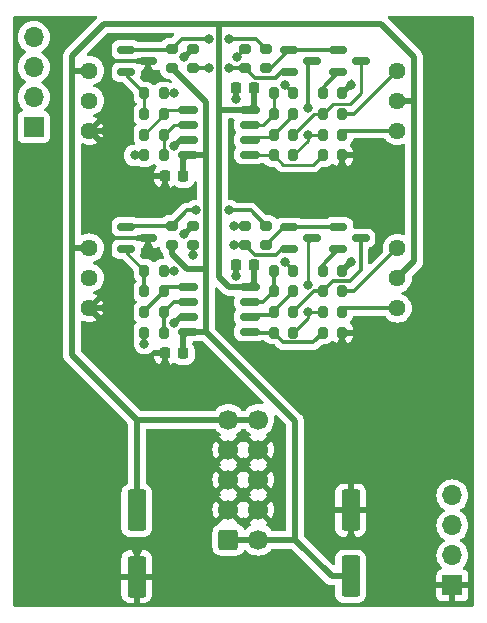
<source format=gbr>
%TF.GenerationSoftware,KiCad,Pcbnew,7.0.10*%
%TF.CreationDate,2024-02-20T21:55:58-06:00*%
%TF.ProjectId,Dual_VCA,4475616c-5f56-4434-912e-6b696361645f,rev?*%
%TF.SameCoordinates,Original*%
%TF.FileFunction,Copper,L1,Top*%
%TF.FilePolarity,Positive*%
%FSLAX46Y46*%
G04 Gerber Fmt 4.6, Leading zero omitted, Abs format (unit mm)*
G04 Created by KiCad (PCBNEW 7.0.10) date 2024-02-20 21:55:58*
%MOMM*%
%LPD*%
G01*
G04 APERTURE LIST*
G04 Aperture macros list*
%AMRoundRect*
0 Rectangle with rounded corners*
0 $1 Rounding radius*
0 $2 $3 $4 $5 $6 $7 $8 $9 X,Y pos of 4 corners*
0 Add a 4 corners polygon primitive as box body*
4,1,4,$2,$3,$4,$5,$6,$7,$8,$9,$2,$3,0*
0 Add four circle primitives for the rounded corners*
1,1,$1+$1,$2,$3*
1,1,$1+$1,$4,$5*
1,1,$1+$1,$6,$7*
1,1,$1+$1,$8,$9*
0 Add four rect primitives between the rounded corners*
20,1,$1+$1,$2,$3,$4,$5,0*
20,1,$1+$1,$4,$5,$6,$7,0*
20,1,$1+$1,$6,$7,$8,$9,0*
20,1,$1+$1,$8,$9,$2,$3,0*%
G04 Aperture macros list end*
%TA.AperFunction,SMDPad,CuDef*%
%ADD10RoundRect,0.200000X0.200000X0.275000X-0.200000X0.275000X-0.200000X-0.275000X0.200000X-0.275000X0*%
%TD*%
%TA.AperFunction,SMDPad,CuDef*%
%ADD11RoundRect,0.200000X-0.200000X-0.275000X0.200000X-0.275000X0.200000X0.275000X-0.200000X0.275000X0*%
%TD*%
%TA.AperFunction,SMDPad,CuDef*%
%ADD12RoundRect,0.225000X-0.225000X-0.250000X0.225000X-0.250000X0.225000X0.250000X-0.225000X0.250000X0*%
%TD*%
%TA.AperFunction,SMDPad,CuDef*%
%ADD13RoundRect,0.150000X-0.675000X-0.150000X0.675000X-0.150000X0.675000X0.150000X-0.675000X0.150000X0*%
%TD*%
%TA.AperFunction,SMDPad,CuDef*%
%ADD14RoundRect,0.200000X-0.275000X0.200000X-0.275000X-0.200000X0.275000X-0.200000X0.275000X0.200000X0*%
%TD*%
%TA.AperFunction,SMDPad,CuDef*%
%ADD15RoundRect,0.150000X-0.587500X-0.150000X0.587500X-0.150000X0.587500X0.150000X-0.587500X0.150000X0*%
%TD*%
%TA.AperFunction,SMDPad,CuDef*%
%ADD16RoundRect,0.250000X-0.550000X1.500000X-0.550000X-1.500000X0.550000X-1.500000X0.550000X1.500000X0*%
%TD*%
%TA.AperFunction,SMDPad,CuDef*%
%ADD17RoundRect,0.200000X0.275000X-0.200000X0.275000X0.200000X-0.275000X0.200000X-0.275000X-0.200000X0*%
%TD*%
%TA.AperFunction,ComponentPad*%
%ADD18C,1.440000*%
%TD*%
%TA.AperFunction,ComponentPad*%
%ADD19RoundRect,0.250000X-0.600000X-0.600000X0.600000X-0.600000X0.600000X0.600000X-0.600000X0.600000X0*%
%TD*%
%TA.AperFunction,ComponentPad*%
%ADD20C,1.700000*%
%TD*%
%TA.AperFunction,ComponentPad*%
%ADD21R,1.700000X1.700000*%
%TD*%
%TA.AperFunction,ComponentPad*%
%ADD22O,1.700000X1.700000*%
%TD*%
%TA.AperFunction,ViaPad*%
%ADD23C,0.800000*%
%TD*%
%TA.AperFunction,Conductor*%
%ADD24C,0.500000*%
%TD*%
%TA.AperFunction,Conductor*%
%ADD25C,0.300000*%
%TD*%
%TA.AperFunction,Conductor*%
%ADD26C,0.250000*%
%TD*%
G04 APERTURE END LIST*
D10*
%TO.P,R19,1*%
%TO.N,Net-(R19-Pad1)*%
X132691250Y-112825000D03*
%TO.P,R19,2*%
%TO.N,Net-(Q5-C)*%
X131041250Y-112825000D03*
%TD*%
D11*
%TO.P,R2,1*%
%TO.N,Net-(R2-Pad1)*%
X115928750Y-129575000D03*
%TO.P,R2,2*%
%TO.N,Net-(U1A--)*%
X117578750Y-129575000D03*
%TD*%
D10*
%TO.P,R21,1*%
%TO.N,/out2_a*%
X128528750Y-111075000D03*
%TO.P,R21,2*%
%TO.N,Net-(R17-Pad2)*%
X126878750Y-111075000D03*
%TD*%
D12*
%TO.P,C5,1*%
%TO.N,GND*%
X123660000Y-125630000D03*
%TO.P,C5,2*%
%TO.N,+12V*%
X125210000Y-125630000D03*
%TD*%
D10*
%TO.P,R13,1*%
%TO.N,GND*%
X132691250Y-131325000D03*
%TO.P,R13,2*%
%TO.N,Net-(U1B-+)*%
X131041250Y-131325000D03*
%TD*%
D13*
%TO.P,U2,1*%
%TO.N,Net-(R28-Pad1)*%
X119603750Y-112445000D03*
%TO.P,U2,2,-*%
%TO.N,Net-(U2A--)*%
X119603750Y-113715000D03*
%TO.P,U2,3,+*%
%TO.N,GND*%
X119603750Y-114985000D03*
%TO.P,U2,4,V-*%
%TO.N,-12V*%
X119603750Y-116255000D03*
%TO.P,U2,5,+*%
%TO.N,Net-(U2B-+)*%
X124853750Y-116255000D03*
%TO.P,U2,6,-*%
%TO.N,Net-(U2B--)*%
X124853750Y-114985000D03*
%TO.P,U2,7*%
%TO.N,Net-(R17-Pad2)*%
X124853750Y-113715000D03*
%TO.P,U2,8,V+*%
%TO.N,+12V*%
X124853750Y-112445000D03*
%TD*%
D10*
%TO.P,R12,1*%
%TO.N,Net-(U1B--)*%
X128528750Y-127825000D03*
%TO.P,R12,2*%
%TO.N,Net-(R12-Pad2)*%
X126878750Y-127825000D03*
%TD*%
%TO.P,R8,1*%
%TO.N,Net-(R8-Pad1)*%
X132691250Y-127825000D03*
%TO.P,R8,2*%
%TO.N,Net-(Q2-C)*%
X131041250Y-127825000D03*
%TD*%
D11*
%TO.P,R28,1*%
%TO.N,Net-(R28-Pad1)*%
X115928750Y-114575000D03*
%TO.P,R28,2*%
%TO.N,Net-(U2A--)*%
X117578750Y-114575000D03*
%TD*%
D14*
%TO.P,R15,1*%
%TO.N,/in1_a*%
X124460000Y-122280000D03*
%TO.P,R15,2*%
%TO.N,Net-(Q4-B)*%
X124460000Y-123930000D03*
%TD*%
%TO.P,R5,1*%
%TO.N,Net-(Q1-E)*%
X118260000Y-122275000D03*
%TO.P,R5,2*%
%TO.N,-12V*%
X118260000Y-123925000D03*
%TD*%
D15*
%TO.P,Q5,1,E*%
%TO.N,Net-(Q3-E)*%
X132360000Y-107375000D03*
%TO.P,Q5,2,B*%
%TO.N,Net-(Q5-B)*%
X132360000Y-109275000D03*
%TO.P,Q5,3,C*%
%TO.N,Net-(Q5-C)*%
X134235000Y-108325000D03*
%TD*%
D16*
%TO.P,C1,1*%
%TO.N,+12V*%
X115285000Y-146380000D03*
%TO.P,C1,2*%
%TO.N,GND*%
X115285000Y-151980000D03*
%TD*%
D15*
%TO.P,Q3,1,E*%
%TO.N,Net-(Q3-E)*%
X128210000Y-107380000D03*
%TO.P,Q3,2,B*%
%TO.N,Net-(Q3-B)*%
X128210000Y-109280000D03*
%TO.P,Q3,3,C*%
%TO.N,Net-(Q3-C)*%
X130085000Y-108330000D03*
%TD*%
D16*
%TO.P,C2,1*%
%TO.N,GND*%
X133385000Y-146355000D03*
%TO.P,C2,2*%
%TO.N,-12V*%
X133385000Y-151955000D03*
%TD*%
D10*
%TO.P,R11,1*%
%TO.N,GND*%
X132685000Y-126080000D03*
%TO.P,R11,2*%
%TO.N,Net-(Q2-B)*%
X131035000Y-126080000D03*
%TD*%
%TO.P,R22,1*%
%TO.N,Net-(Q3-C)*%
X128528750Y-116325000D03*
%TO.P,R22,2*%
%TO.N,Net-(U2B-+)*%
X126878750Y-116325000D03*
%TD*%
D17*
%TO.P,R27,1*%
%TO.N,Net-(Q3-E)*%
X126210000Y-108925000D03*
%TO.P,R27,2*%
%TO.N,Net-(Q6-E)*%
X126210000Y-107275000D03*
%TD*%
D10*
%TO.P,R25,1*%
%TO.N,GND*%
X132685000Y-111080000D03*
%TO.P,R25,2*%
%TO.N,Net-(Q5-B)*%
X131035000Y-111080000D03*
%TD*%
%TO.P,R14,1*%
%TO.N,/out1_a*%
X128528750Y-126075000D03*
%TO.P,R14,2*%
%TO.N,Net-(R12-Pad2)*%
X126878750Y-126075000D03*
%TD*%
D11*
%TO.P,R4,1*%
%TO.N,Net-(Q1-B)*%
X115928750Y-126075000D03*
%TO.P,R4,2*%
%TO.N,Net-(R4-Pad2)*%
X117578750Y-126075000D03*
%TD*%
D10*
%TO.P,R20,1*%
%TO.N,Net-(Q5-C)*%
X128528750Y-114575000D03*
%TO.P,R20,2*%
%TO.N,Net-(U2B--)*%
X126878750Y-114575000D03*
%TD*%
D14*
%TO.P,R31,1*%
%TO.N,Net-(Q6-E)*%
X118260000Y-107275000D03*
%TO.P,R31,2*%
%TO.N,-12V*%
X118260000Y-108925000D03*
%TD*%
D15*
%TO.P,Q4,1,E*%
%TO.N,Net-(Q2-E)*%
X128210000Y-122380000D03*
%TO.P,Q4,2,B*%
%TO.N,Net-(Q4-B)*%
X128210000Y-124280000D03*
%TO.P,Q4,3,C*%
%TO.N,Net-(Q4-C)*%
X130085000Y-123330000D03*
%TD*%
D10*
%TO.P,R26,1*%
%TO.N,GND*%
X132691250Y-116325000D03*
%TO.P,R26,2*%
%TO.N,Net-(U2B-+)*%
X131041250Y-116325000D03*
%TD*%
D17*
%TO.P,R6,1*%
%TO.N,Net-(Q2-E)*%
X126210000Y-123925000D03*
%TO.P,R6,2*%
%TO.N,Net-(Q1-E)*%
X126210000Y-122275000D03*
%TD*%
D10*
%TO.P,R18,1*%
%TO.N,Net-(R18-Pad1)*%
X132691250Y-114575000D03*
%TO.P,R18,2*%
%TO.N,Net-(Q3-C)*%
X131041250Y-114575000D03*
%TD*%
D15*
%TO.P,Q2,1,E*%
%TO.N,Net-(Q2-E)*%
X132360000Y-122375000D03*
%TO.P,Q2,2,B*%
%TO.N,Net-(Q2-B)*%
X132360000Y-124275000D03*
%TO.P,Q2,3,C*%
%TO.N,Net-(Q2-C)*%
X134235000Y-123325000D03*
%TD*%
D12*
%TO.P,C3,1*%
%TO.N,GND*%
X123660000Y-110630000D03*
%TO.P,C3,2*%
%TO.N,+12V*%
X125210000Y-110630000D03*
%TD*%
D10*
%TO.P,R7,1*%
%TO.N,Net-(R7-Pad1)*%
X132691250Y-129575000D03*
%TO.P,R7,2*%
%TO.N,Net-(Q4-C)*%
X131041250Y-129575000D03*
%TD*%
%TO.P,R10,1*%
%TO.N,Net-(Q2-C)*%
X128528750Y-129575000D03*
%TO.P,R10,2*%
%TO.N,Net-(U1B--)*%
X126878750Y-129575000D03*
%TD*%
D18*
%TO.P,RV6,1,1*%
%TO.N,GND*%
X111278750Y-114220000D03*
%TO.P,RV6,2,2*%
%TO.N,Net-(R32-Pad2)*%
X111278750Y-111680000D03*
%TO.P,RV6,3,3*%
%TO.N,+12V*%
X111278750Y-109140000D03*
%TD*%
%TO.P,RV4,1,1*%
%TO.N,Net-(R18-Pad1)*%
X137341250Y-114230000D03*
%TO.P,RV4,2,2*%
%TO.N,+12V*%
X137341250Y-111690000D03*
%TO.P,RV4,3,3*%
%TO.N,Net-(R19-Pad1)*%
X137341250Y-109150000D03*
%TD*%
%TO.P,RV2,1,1*%
%TO.N,GND*%
X111278750Y-129230000D03*
%TO.P,RV2,2,2*%
%TO.N,Net-(R4-Pad2)*%
X111278750Y-126690000D03*
%TO.P,RV2,3,3*%
%TO.N,+12V*%
X111278750Y-124150000D03*
%TD*%
%TO.P,RV3,1,1*%
%TO.N,Net-(R7-Pad1)*%
X137341250Y-129250000D03*
%TO.P,RV3,2,2*%
%TO.N,+12V*%
X137341250Y-126710000D03*
%TO.P,RV3,3,3*%
%TO.N,Net-(R8-Pad1)*%
X137341250Y-124170000D03*
%TD*%
D19*
%TO.P,J4,1,Pin_1*%
%TO.N,-12V*%
X123045000Y-148855000D03*
D20*
%TO.P,J4,2,Pin_2*%
X125585000Y-148855000D03*
%TO.P,J4,3,Pin_3*%
%TO.N,GND*%
X123045000Y-146315000D03*
%TO.P,J4,4,Pin_4*%
X125585000Y-146315000D03*
%TO.P,J4,5,Pin_5*%
X123045000Y-143775000D03*
%TO.P,J4,6,Pin_6*%
X125585000Y-143775000D03*
%TO.P,J4,7,Pin_7*%
X123045000Y-141235000D03*
%TO.P,J4,8,Pin_8*%
X125585000Y-141235000D03*
%TO.P,J4,9,Pin_9*%
%TO.N,+12V*%
X123045000Y-138695000D03*
%TO.P,J4,10,Pin_10*%
X125585000Y-138695000D03*
%TD*%
D11*
%TO.P,R32,1*%
%TO.N,Net-(Q6-B)*%
X115928750Y-111075000D03*
%TO.P,R32,2*%
%TO.N,Net-(R32-Pad2)*%
X117578750Y-111075000D03*
%TD*%
%TO.P,R3,1*%
%TO.N,Net-(Q1-B)*%
X115928750Y-127825000D03*
%TO.P,R3,2*%
%TO.N,Net-(R2-Pad1)*%
X117578750Y-127825000D03*
%TD*%
D15*
%TO.P,Q1,1,E*%
%TO.N,Net-(Q1-E)*%
X114385000Y-122375000D03*
%TO.P,Q1,2,B*%
%TO.N,Net-(Q1-B)*%
X114385000Y-124275000D03*
%TO.P,Q1,3,C*%
%TO.N,GND*%
X116260000Y-123325000D03*
%TD*%
D14*
%TO.P,R23,1*%
%TO.N,/in2_a*%
X124460000Y-107280000D03*
%TO.P,R23,2*%
%TO.N,Net-(Q3-B)*%
X124460000Y-108930000D03*
%TD*%
%TO.P,R24,1*%
%TO.N,GND*%
X120010000Y-107280000D03*
%TO.P,R24,2*%
%TO.N,Net-(Q3-B)*%
X120010000Y-108930000D03*
%TD*%
D15*
%TO.P,Q6,1,E*%
%TO.N,Net-(Q6-E)*%
X114385000Y-107375000D03*
%TO.P,Q6,2,B*%
%TO.N,Net-(Q6-B)*%
X114385000Y-109275000D03*
%TO.P,Q6,3,C*%
%TO.N,GND*%
X116260000Y-108325000D03*
%TD*%
D12*
%TO.P,C4,1*%
%TO.N,GND*%
X117685000Y-118080000D03*
%TO.P,C4,2*%
%TO.N,-12V*%
X119235000Y-118080000D03*
%TD*%
%TO.P,C6,1*%
%TO.N,GND*%
X117685000Y-133080000D03*
%TO.P,C6,2*%
%TO.N,-12V*%
X119235000Y-133080000D03*
%TD*%
D10*
%TO.P,R9,1*%
%TO.N,Net-(Q4-C)*%
X128528750Y-131325000D03*
%TO.P,R9,2*%
%TO.N,Net-(U1B-+)*%
X126878750Y-131325000D03*
%TD*%
D21*
%TO.P,J8,1,Pin_1*%
%TO.N,unconnected-(J8-Pin_1-Pad1)*%
X106560000Y-113930000D03*
D22*
%TO.P,J8,2,Pin_2*%
%TO.N,/cv2_a*%
X106560000Y-111390000D03*
%TO.P,J8,3,Pin_3*%
%TO.N,/in2_a*%
X106560000Y-108850000D03*
%TO.P,J8,4,Pin_4*%
%TO.N,/out2_a*%
X106560000Y-106310000D03*
%TD*%
D21*
%TO.P,J12,1,Pin_1*%
%TO.N,GND*%
X142010000Y-152730000D03*
D22*
%TO.P,J12,2,Pin_2*%
%TO.N,/cv1_a*%
X142010000Y-150190000D03*
%TO.P,J12,3,Pin_3*%
%TO.N,/out1_a*%
X142010000Y-147650000D03*
%TO.P,J12,4,Pin_4*%
%TO.N,/in1_a*%
X142010000Y-145110000D03*
%TD*%
D10*
%TO.P,R29,1*%
%TO.N,Net-(U2A--)*%
X117578750Y-116325000D03*
%TO.P,R29,2*%
%TO.N,/cv2_a*%
X115928750Y-116325000D03*
%TD*%
D13*
%TO.P,U1,1*%
%TO.N,Net-(R2-Pad1)*%
X119603750Y-127445000D03*
%TO.P,U1,2,-*%
%TO.N,Net-(U1A--)*%
X119603750Y-128715000D03*
%TO.P,U1,3,+*%
%TO.N,GND*%
X119603750Y-129985000D03*
%TO.P,U1,4,V-*%
%TO.N,-12V*%
X119603750Y-131255000D03*
%TO.P,U1,5,+*%
%TO.N,Net-(U1B-+)*%
X124853750Y-131255000D03*
%TO.P,U1,6,-*%
%TO.N,Net-(U1B--)*%
X124853750Y-129985000D03*
%TO.P,U1,7*%
%TO.N,Net-(R12-Pad2)*%
X124853750Y-128715000D03*
%TO.P,U1,8,V+*%
%TO.N,+12V*%
X124853750Y-127445000D03*
%TD*%
D11*
%TO.P,R30,1*%
%TO.N,Net-(Q6-B)*%
X115928750Y-112825000D03*
%TO.P,R30,2*%
%TO.N,Net-(R28-Pad1)*%
X117578750Y-112825000D03*
%TD*%
D10*
%TO.P,R1,1*%
%TO.N,Net-(U1A--)*%
X117578750Y-131325000D03*
%TO.P,R1,2*%
%TO.N,/cv1_a*%
X115928750Y-131325000D03*
%TD*%
%TO.P,R17,1*%
%TO.N,Net-(U2B--)*%
X128528750Y-112825000D03*
%TO.P,R17,2*%
%TO.N,Net-(R17-Pad2)*%
X126878750Y-112825000D03*
%TD*%
D14*
%TO.P,R16,1*%
%TO.N,GND*%
X120010000Y-122280000D03*
%TO.P,R16,2*%
%TO.N,Net-(Q4-B)*%
X120010000Y-123930000D03*
%TD*%
D23*
%TO.N,GND*%
X117685000Y-134005000D03*
X115285000Y-149780000D03*
X116260000Y-109080000D03*
X119310000Y-122980000D03*
X123660000Y-126555000D03*
X123660000Y-111555000D03*
X119310000Y-107980000D03*
X132685000Y-132230000D03*
X133385000Y-125380000D03*
X117685000Y-119005000D03*
X133385000Y-148605000D03*
X112585000Y-129230000D03*
X118461392Y-130519058D03*
X112585000Y-114230000D03*
X133385000Y-110380000D03*
X132685000Y-117255000D03*
X116260000Y-124080000D03*
X118470837Y-115511648D03*
%TO.N,Net-(Q1-E)*%
X120285500Y-120980000D03*
X123084500Y-120980000D03*
%TO.N,Net-(Q3-B)*%
X123084500Y-108930000D03*
X121385500Y-108930000D03*
%TO.N,Net-(Q3-C)*%
X129781373Y-112298201D03*
X129785000Y-114580000D03*
%TO.N,Net-(Q4-B)*%
X123535000Y-123930000D03*
X120010000Y-124755000D03*
%TO.N,Net-(Q4-C)*%
X129786722Y-127259615D03*
X129785000Y-129580000D03*
%TO.N,Net-(Q6-E)*%
X123084500Y-106455000D03*
X121385500Y-106455000D03*
%TO.N,Net-(R4-Pad2)*%
X118410000Y-126075000D03*
%TO.N,Net-(R32-Pad2)*%
X118410000Y-111080000D03*
%TO.N,/in2_a*%
X123785000Y-107955000D03*
%TO.N,/cv2_a*%
X115100000Y-116320000D03*
%TO.N,/out2_a*%
X127835000Y-110380000D03*
%TO.N,/in1_a*%
X123535000Y-122280000D03*
%TO.N,/cv1_a*%
X115935000Y-132255000D03*
%TO.N,/out1_a*%
X127835000Y-125355000D03*
%TD*%
D24*
%TO.N,GND*%
X111278750Y-114220000D02*
X112575000Y-114220000D01*
D25*
%TO.N,Net-(Q3-E)*%
X126665000Y-108925000D02*
X128210000Y-107380000D01*
D24*
%TO.N,-12V*%
X121135000Y-116255000D02*
X121135000Y-125930000D01*
D25*
%TO.N,Net-(Q3-B)*%
X127535000Y-109280000D02*
X127085000Y-109730000D01*
D24*
%TO.N,-12V*%
X119603750Y-116255000D02*
X121135000Y-116255000D01*
D25*
%TO.N,Net-(Q3-B)*%
X127085000Y-109730000D02*
X125260000Y-109730000D01*
%TO.N,Net-(Q3-E)*%
X126210000Y-108925000D02*
X126665000Y-108925000D01*
D24*
%TO.N,GND*%
X132691250Y-117248750D02*
X132685000Y-117255000D01*
D25*
%TO.N,Net-(Q2-C)*%
X128528750Y-129575000D02*
X130278750Y-127825000D01*
D24*
%TO.N,-12V*%
X128685000Y-148855000D02*
X125585000Y-148855000D01*
X119235000Y-133080000D02*
X119235000Y-131623750D01*
D26*
%TO.N,Net-(Q3-C)*%
X131036250Y-114580000D02*
X131041250Y-114575000D01*
D24*
%TO.N,-12V*%
X128685000Y-138805000D02*
X121135000Y-131255000D01*
D25*
%TO.N,Net-(Q3-E)*%
X128215000Y-107375000D02*
X128210000Y-107380000D01*
D24*
%TO.N,GND*%
X132691250Y-116325000D02*
X132691250Y-117248750D01*
D25*
%TO.N,Net-(Q2-E)*%
X128210000Y-122380000D02*
X127755000Y-122380000D01*
D24*
%TO.N,GND*%
X117685000Y-118080000D02*
X117685000Y-119005000D01*
X123660000Y-110630000D02*
X123660000Y-111555000D01*
%TO.N,-12V*%
X121135000Y-125930000D02*
X121135000Y-131255000D01*
X118260000Y-108925000D02*
X121135000Y-111800000D01*
X118260000Y-124630000D02*
X119560000Y-125930000D01*
%TO.N,GND*%
X116260000Y-123325000D02*
X116260000Y-124080000D01*
X119603750Y-114985000D02*
X118997485Y-114985000D01*
%TO.N,-12V*%
X125585000Y-148855000D02*
X123045000Y-148855000D01*
%TO.N,GND*%
X132685000Y-111080000D02*
X133385000Y-110380000D01*
%TO.N,-12V*%
X121135000Y-131255000D02*
X119603750Y-131255000D01*
%TO.N,GND*%
X119603750Y-129985000D02*
X118995450Y-129985000D01*
%TO.N,-12V*%
X121135000Y-111800000D02*
X121135000Y-116255000D01*
X128685000Y-148855000D02*
X128685000Y-138805000D01*
X119560000Y-125930000D02*
X121135000Y-125930000D01*
%TO.N,GND*%
X120010000Y-107280000D02*
X119310000Y-107980000D01*
X120010000Y-122280000D02*
X119310000Y-122980000D01*
X118995450Y-129985000D02*
X118461392Y-130519058D01*
%TO.N,-12V*%
X119235000Y-118080000D02*
X119235000Y-116623750D01*
D26*
%TO.N,Net-(Q1-B)*%
X115928750Y-126075000D02*
X114385000Y-124531250D01*
D24*
%TO.N,GND*%
X116260000Y-108325000D02*
X116260000Y-109080000D01*
D25*
%TO.N,Net-(Q1-B)*%
X115928750Y-127825000D02*
X115928750Y-126075000D01*
D24*
%TO.N,+12V*%
X122235000Y-105205000D02*
X135960000Y-105205000D01*
%TO.N,GND*%
X111278750Y-129230000D02*
X112585000Y-129230000D01*
%TO.N,+12V*%
X109810000Y-107905000D02*
X112510000Y-105205000D01*
%TO.N,-12V*%
X119235000Y-116623750D02*
X119603750Y-116255000D01*
X118260000Y-123925000D02*
X118260000Y-124630000D01*
D26*
%TO.N,Net-(Q1-B)*%
X114385000Y-124531250D02*
X114385000Y-124275000D01*
D24*
%TO.N,-12V*%
X131785000Y-151955000D02*
X133385000Y-151955000D01*
D25*
%TO.N,Net-(Q2-E)*%
X128210000Y-122380000D02*
X132355000Y-122380000D01*
%TO.N,Net-(Q2-B)*%
X131035000Y-125600000D02*
X132360000Y-124275000D01*
D24*
%TO.N,GND*%
X123660000Y-125630000D02*
X123660000Y-126555000D01*
D25*
%TO.N,Net-(Q1-E)*%
X119555000Y-120980000D02*
X120285500Y-120980000D01*
D24*
%TO.N,-12V*%
X128685000Y-148855000D02*
X131785000Y-151955000D01*
X119235000Y-131623750D02*
X119603750Y-131255000D01*
D25*
%TO.N,Net-(Q2-E)*%
X132355000Y-122380000D02*
X132360000Y-122375000D01*
%TO.N,Net-(Q1-E)*%
X123084500Y-120980000D02*
X124915000Y-120980000D01*
%TO.N,Net-(Q2-E)*%
X127755000Y-122380000D02*
X126210000Y-123925000D01*
D24*
%TO.N,GND*%
X132691250Y-131325000D02*
X132691250Y-132223750D01*
X115285000Y-151980000D02*
X115285000Y-149780000D01*
D25*
%TO.N,Net-(Q3-E)*%
X132360000Y-107375000D02*
X128215000Y-107375000D01*
%TO.N,Net-(Q3-B)*%
X128210000Y-109280000D02*
X127535000Y-109280000D01*
D26*
%TO.N,Net-(Q3-C)*%
X129785000Y-115068750D02*
X128528750Y-116325000D01*
D25*
%TO.N,Net-(Q2-C)*%
X131041250Y-127825000D02*
X131911250Y-126955000D01*
X133335000Y-126955000D02*
X134235000Y-126055000D01*
X134235000Y-126055000D02*
X134235000Y-123325000D01*
D24*
%TO.N,+12V*%
X123100000Y-127445000D02*
X124853750Y-127445000D01*
D25*
%TO.N,Net-(Q3-C)*%
X129781373Y-108633627D02*
X129781373Y-112298201D01*
D24*
%TO.N,GND*%
X118997485Y-114985000D02*
X118470837Y-115511648D01*
X132685000Y-126080000D02*
X133385000Y-125380000D01*
D25*
%TO.N,Net-(Q3-B)*%
X120010000Y-108930000D02*
X121385500Y-108930000D01*
%TO.N,Net-(Q1-E)*%
X118260000Y-122275000D02*
X114485000Y-122275000D01*
%TO.N,Net-(Q3-B)*%
X125260000Y-109730000D02*
X124460000Y-108930000D01*
X123084500Y-108930000D02*
X124460000Y-108930000D01*
%TO.N,Net-(Q1-E)*%
X114485000Y-122275000D02*
X114385000Y-122375000D01*
D26*
%TO.N,Net-(Q3-C)*%
X129785000Y-114580000D02*
X131036250Y-114580000D01*
D25*
%TO.N,Net-(Q2-C)*%
X130278750Y-127825000D02*
X131041250Y-127825000D01*
%TO.N,Net-(Q1-E)*%
X118260000Y-122275000D02*
X119555000Y-120980000D01*
%TO.N,Net-(Q2-C)*%
X131911250Y-126955000D02*
X133335000Y-126955000D01*
D24*
%TO.N,+12V*%
X125210000Y-110630000D02*
X125210000Y-112088750D01*
D25*
%TO.N,Net-(Q3-C)*%
X130085000Y-108330000D02*
X129781373Y-108633627D01*
D24*
%TO.N,GND*%
X133385000Y-146355000D02*
X133385000Y-148605000D01*
X132691250Y-132223750D02*
X132685000Y-132230000D01*
X112575000Y-114220000D02*
X112585000Y-114230000D01*
D25*
%TO.N,Net-(Q2-B)*%
X131035000Y-126080000D02*
X131035000Y-125600000D01*
D26*
%TO.N,Net-(Q3-C)*%
X129785000Y-114580000D02*
X129785000Y-115068750D01*
D24*
%TO.N,GND*%
X117685000Y-133080000D02*
X117685000Y-134005000D01*
D25*
%TO.N,Net-(Q1-E)*%
X124915000Y-120980000D02*
X126210000Y-122275000D01*
%TO.N,Net-(Q4-B)*%
X123535000Y-123930000D02*
X124460000Y-123930000D01*
%TO.N,Net-(R7-Pad1)*%
X137341250Y-129250000D02*
X133016250Y-129250000D01*
%TO.N,Net-(R12-Pad2)*%
X126878750Y-126075000D02*
X126878750Y-127825000D01*
%TO.N,Net-(R4-Pad2)*%
X118410000Y-126075000D02*
X117578750Y-126075000D01*
D26*
%TO.N,Net-(R28-Pad1)*%
X115928750Y-114575000D02*
X115928750Y-114511250D01*
X115928750Y-114511250D02*
X117578750Y-112861250D01*
D25*
%TO.N,Net-(Q4-B)*%
X128210000Y-124280000D02*
X127560000Y-124280000D01*
X127560000Y-124280000D02*
X127110000Y-124730000D01*
D26*
%TO.N,Net-(Q4-C)*%
X129785000Y-129580000D02*
X131036250Y-129580000D01*
X129786722Y-123628278D02*
X130085000Y-123330000D01*
D25*
%TO.N,Net-(U1B--)*%
X125008750Y-129830000D02*
X126623750Y-129830000D01*
%TO.N,Net-(Q6-E)*%
X118160000Y-107375000D02*
X118260000Y-107275000D01*
%TO.N,Net-(R12-Pad2)*%
X124853750Y-128715000D02*
X125988750Y-128715000D01*
D26*
%TO.N,Net-(Q4-C)*%
X129785000Y-129580000D02*
X129785000Y-130068750D01*
D25*
%TO.N,Net-(R19-Pad1)*%
X133666250Y-112825000D02*
X132691250Y-112825000D01*
D26*
%TO.N,Net-(R17-Pad2)*%
X125988750Y-113715000D02*
X126878750Y-112825000D01*
%TO.N,Net-(Q6-B)*%
X114385000Y-109531250D02*
X114385000Y-109275000D01*
D25*
%TO.N,Net-(Q6-E)*%
X118260000Y-107275000D02*
X119080000Y-106455000D01*
%TO.N,Net-(Q4-B)*%
X125260000Y-124730000D02*
X124460000Y-123930000D01*
%TO.N,Net-(Q6-E)*%
X119080000Y-106455000D02*
X121385500Y-106455000D01*
D26*
%TO.N,Net-(Q6-B)*%
X115928750Y-111075000D02*
X114385000Y-109531250D01*
D25*
%TO.N,Net-(Q6-E)*%
X114385000Y-107375000D02*
X118160000Y-107375000D01*
%TO.N,Net-(U1B--)*%
X128528750Y-127881250D02*
X126878750Y-129531250D01*
%TO.N,Net-(R19-Pad1)*%
X137341250Y-109150000D02*
X133666250Y-112825000D01*
%TO.N,Net-(U1A--)*%
X117578750Y-129575000D02*
X117578750Y-131325000D01*
%TO.N,Net-(R2-Pad1)*%
X115928750Y-129506250D02*
X117578750Y-127856250D01*
D26*
%TO.N,Net-(R28-Pad1)*%
X117578750Y-112861250D02*
X117578750Y-112825000D01*
%TO.N,Net-(Q5-C)*%
X130278750Y-112825000D02*
X131041250Y-112825000D01*
D25*
%TO.N,Net-(U1B-+)*%
X126878750Y-131325000D02*
X127703750Y-132150000D01*
%TO.N,Net-(Q5-B)*%
X132343248Y-109275000D02*
X132360000Y-109275000D01*
%TO.N,Net-(R8-Pad1)*%
X132691250Y-127825000D02*
X133686250Y-127825000D01*
D26*
%TO.N,Net-(Q4-C)*%
X129785000Y-130068750D02*
X128528750Y-131325000D01*
D25*
%TO.N,Net-(Q4-B)*%
X120010000Y-123930000D02*
X120010000Y-124755000D01*
%TO.N,Net-(U1B--)*%
X126878750Y-129531250D02*
X126878750Y-129575000D01*
D26*
%TO.N,Net-(R28-Pad1)*%
X119603750Y-112445000D02*
X117958750Y-112445000D01*
D25*
%TO.N,Net-(U1A--)*%
X119603750Y-128715000D02*
X118438750Y-128715000D01*
%TO.N,Net-(U1B--)*%
X128528750Y-127825000D02*
X128528750Y-127881250D01*
D26*
%TO.N,Net-(R32-Pad2)*%
X117583750Y-111080000D02*
X117578750Y-111075000D01*
%TO.N,Net-(R17-Pad2)*%
X124853750Y-113715000D02*
X125988750Y-113715000D01*
D25*
%TO.N,Net-(U1B--)*%
X126623750Y-129830000D02*
X126878750Y-129575000D01*
%TO.N,Net-(U1B-+)*%
X126878750Y-131325000D02*
X124923750Y-131325000D01*
%TO.N,Net-(Q5-B)*%
X131035000Y-110583248D02*
X132343248Y-109275000D01*
%TO.N,Net-(R12-Pad2)*%
X125988750Y-128715000D02*
X126878750Y-127825000D01*
D26*
%TO.N,Net-(Q4-C)*%
X129786722Y-127259615D02*
X129786722Y-123628278D01*
X131036250Y-129580000D02*
X131041250Y-129575000D01*
D25*
%TO.N,Net-(R2-Pad1)*%
X117578750Y-127856250D02*
X117578750Y-127825000D01*
D26*
%TO.N,Net-(Q5-C)*%
X134235000Y-111055000D02*
X134235000Y-108325000D01*
D25*
%TO.N,Net-(Q4-B)*%
X127110000Y-124730000D02*
X125260000Y-124730000D01*
%TO.N,Net-(R18-Pad1)*%
X137341250Y-114230000D02*
X133036250Y-114230000D01*
D26*
%TO.N,Net-(R28-Pad1)*%
X117958750Y-112445000D02*
X117578750Y-112825000D01*
%TO.N,Net-(R32-Pad2)*%
X118410000Y-111080000D02*
X117583750Y-111080000D01*
%TO.N,Net-(R17-Pad2)*%
X126878750Y-112825000D02*
X126878750Y-111075000D01*
D25*
%TO.N,Net-(R2-Pad1)*%
X119603750Y-127445000D02*
X117958750Y-127445000D01*
%TO.N,Net-(R7-Pad1)*%
X133016250Y-129250000D02*
X132691250Y-129575000D01*
%TO.N,Net-(R8-Pad1)*%
X133686250Y-127825000D02*
X137341250Y-124170000D01*
%TO.N,Net-(U1A--)*%
X118438750Y-128715000D02*
X117578750Y-129575000D01*
D26*
%TO.N,Net-(Q6-B)*%
X115928750Y-112825000D02*
X115928750Y-111075000D01*
%TO.N,Net-(Q5-C)*%
X133335000Y-111955000D02*
X134235000Y-111055000D01*
D25*
%TO.N,Net-(Q5-B)*%
X131035000Y-111080000D02*
X131035000Y-110583248D01*
D26*
%TO.N,Net-(Q5-C)*%
X131911250Y-111955000D02*
X133335000Y-111955000D01*
D25*
%TO.N,Net-(U1B-+)*%
X127703750Y-132150000D02*
X130216250Y-132150000D01*
%TO.N,Net-(R2-Pad1)*%
X117958750Y-127445000D02*
X117578750Y-127825000D01*
X115928750Y-129575000D02*
X115928750Y-129506250D01*
D26*
%TO.N,Net-(Q5-C)*%
X128528750Y-114575000D02*
X130278750Y-112825000D01*
D25*
%TO.N,Net-(Q6-E)*%
X125390000Y-106455000D02*
X126210000Y-107275000D01*
%TO.N,Net-(U1B-+)*%
X124923750Y-131325000D02*
X124853750Y-131255000D01*
%TO.N,Net-(U1B--)*%
X124853750Y-129985000D02*
X125008750Y-129830000D01*
D26*
%TO.N,Net-(Q5-C)*%
X131041250Y-112825000D02*
X131911250Y-111955000D01*
D25*
%TO.N,Net-(U1B-+)*%
X130216250Y-132150000D02*
X131041250Y-131325000D01*
%TO.N,Net-(Q6-E)*%
X123084500Y-106455000D02*
X125390000Y-106455000D01*
%TO.N,Net-(R18-Pad1)*%
X133036250Y-114230000D02*
X132691250Y-114575000D01*
D24*
%TO.N,+12V*%
X109810000Y-133220000D02*
X115285000Y-138695000D01*
X138785000Y-125266250D02*
X137341250Y-126710000D01*
X109810000Y-124125000D02*
X109810000Y-109155000D01*
X122235000Y-112405000D02*
X122235000Y-105855000D01*
X115285000Y-146380000D02*
X115285000Y-138695000D01*
X125210000Y-125630000D02*
X125210000Y-127088750D01*
X115285000Y-138695000D02*
X123045000Y-138695000D01*
X122235000Y-126580000D02*
X123100000Y-127445000D01*
X109810000Y-109155000D02*
X109810000Y-107905000D01*
X109810000Y-124175000D02*
X109810000Y-133220000D01*
X122235000Y-112405000D02*
X122235000Y-126580000D01*
X109835000Y-124150000D02*
X109810000Y-124175000D01*
X111278750Y-109140000D02*
X109825000Y-109140000D01*
X137341250Y-111690000D02*
X138775000Y-111690000D01*
X109825000Y-109140000D02*
X109810000Y-109155000D01*
X125210000Y-127088750D02*
X124853750Y-127445000D01*
X122235000Y-105855000D02*
X122235000Y-105205000D01*
X111278750Y-124150000D02*
X109835000Y-124150000D01*
X122275000Y-112445000D02*
X122235000Y-112405000D01*
X125210000Y-112088750D02*
X124853750Y-112445000D01*
X112510000Y-105205000D02*
X122235000Y-105205000D01*
X135960000Y-105205000D02*
X138785000Y-108030000D01*
X124853750Y-112445000D02*
X122275000Y-112445000D01*
X138785000Y-108030000D02*
X138785000Y-111680000D01*
X138785000Y-111680000D02*
X138785000Y-125266250D01*
X138775000Y-111690000D02*
X138785000Y-111680000D01*
X123045000Y-138695000D02*
X125585000Y-138695000D01*
D25*
%TO.N,/in2_a*%
X124460000Y-107280000D02*
X123785000Y-107955000D01*
%TO.N,/out1_a*%
X128528750Y-126048750D02*
X127835000Y-125355000D01*
X128528750Y-126075000D02*
X128528750Y-126048750D01*
D26*
%TO.N,Net-(U2B--)*%
X126878750Y-114536250D02*
X128528750Y-112886250D01*
D25*
%TO.N,/in1_a*%
X124460000Y-122280000D02*
X123535000Y-122280000D01*
D26*
%TO.N,Net-(U2A--)*%
X117578750Y-116325000D02*
X117578750Y-114575000D01*
%TO.N,Net-(U2B-+)*%
X127678750Y-117125000D02*
X130241250Y-117125000D01*
%TO.N,Net-(U2B--)*%
X124853750Y-114985000D02*
X125033750Y-114805000D01*
%TO.N,Net-(U2A--)*%
X117578750Y-114575000D02*
X118438750Y-113715000D01*
%TO.N,Net-(U2B--)*%
X126878750Y-114575000D02*
X126878750Y-114536250D01*
D25*
%TO.N,/cv1_a*%
X115928750Y-132248750D02*
X115935000Y-132255000D01*
%TO.N,/cv2_a*%
X115928750Y-116325000D02*
X115105000Y-116325000D01*
%TO.N,/out2_a*%
X128528750Y-111075000D02*
X128528750Y-111073750D01*
D26*
%TO.N,Net-(U2B-+)*%
X130241250Y-117125000D02*
X131041250Y-116325000D01*
X126808750Y-116255000D02*
X126878750Y-116325000D01*
X126878750Y-116325000D02*
X127678750Y-117125000D01*
%TO.N,Net-(U2B--)*%
X128528750Y-112886250D02*
X128528750Y-112825000D01*
D25*
%TO.N,/cv2_a*%
X115105000Y-116325000D02*
X115100000Y-116320000D01*
D26*
%TO.N,Net-(U2B-+)*%
X124853750Y-116255000D02*
X126808750Y-116255000D01*
D25*
%TO.N,/out2_a*%
X128528750Y-111073750D02*
X127835000Y-110380000D01*
%TO.N,/cv1_a*%
X115928750Y-131325000D02*
X115928750Y-132248750D01*
D26*
%TO.N,Net-(U2B--)*%
X126648750Y-114805000D02*
X126878750Y-114575000D01*
%TO.N,Net-(U2A--)*%
X118438750Y-113715000D02*
X119603750Y-113715000D01*
%TO.N,Net-(U2B--)*%
X125033750Y-114805000D02*
X126648750Y-114805000D01*
%TD*%
%TA.AperFunction,Conductor*%
%TO.N,GND*%
G36*
X111890809Y-104550185D02*
G01*
X111936564Y-104602989D01*
X111946508Y-104672147D01*
X111917483Y-104735703D01*
X111911451Y-104742181D01*
X109324358Y-107329272D01*
X109310729Y-107341051D01*
X109291469Y-107355390D01*
X109259632Y-107393331D01*
X109252346Y-107401284D01*
X109248407Y-107405224D01*
X109229176Y-107429545D01*
X109226902Y-107432337D01*
X109178694Y-107489790D01*
X109174729Y-107495819D01*
X109174682Y-107495788D01*
X109170630Y-107502147D01*
X109170679Y-107502177D01*
X109166889Y-107508321D01*
X109135192Y-107576294D01*
X109133623Y-107579536D01*
X109099957Y-107646572D01*
X109097488Y-107653357D01*
X109097432Y-107653336D01*
X109094960Y-107660450D01*
X109095015Y-107660469D01*
X109092743Y-107667325D01*
X109077573Y-107740788D01*
X109076793Y-107744304D01*
X109059499Y-107817279D01*
X109058661Y-107824454D01*
X109058601Y-107824447D01*
X109057835Y-107831945D01*
X109057895Y-107831951D01*
X109057265Y-107839140D01*
X109059448Y-107914128D01*
X109059500Y-107917735D01*
X109059500Y-109065655D01*
X109057835Y-109081945D01*
X109057895Y-109081951D01*
X109057265Y-109089140D01*
X109059448Y-109164128D01*
X109059500Y-109167735D01*
X109059500Y-124085655D01*
X109057835Y-124101945D01*
X109057895Y-124101951D01*
X109057265Y-124109140D01*
X109059448Y-124184128D01*
X109059500Y-124187735D01*
X109059500Y-133156294D01*
X109058191Y-133174263D01*
X109054710Y-133198025D01*
X109059028Y-133247368D01*
X109059500Y-133258176D01*
X109059500Y-133263711D01*
X109063098Y-133294495D01*
X109063464Y-133298083D01*
X109070000Y-133372791D01*
X109071461Y-133379867D01*
X109071403Y-133379878D01*
X109073034Y-133387237D01*
X109073092Y-133387224D01*
X109074757Y-133394249D01*
X109100400Y-133464705D01*
X109101582Y-133468107D01*
X109125182Y-133539326D01*
X109128236Y-133545874D01*
X109128182Y-133545898D01*
X109131470Y-133552688D01*
X109131521Y-133552663D01*
X109134761Y-133559114D01*
X109175979Y-133621784D01*
X109177889Y-133624782D01*
X109186471Y-133638694D01*
X109217289Y-133688658D01*
X109221766Y-133694319D01*
X109221719Y-133694356D01*
X109226482Y-133700202D01*
X109226528Y-133700164D01*
X109231173Y-133705699D01*
X109285708Y-133757150D01*
X109288296Y-133759664D01*
X114498181Y-138969548D01*
X114531666Y-139030871D01*
X114534500Y-139057229D01*
X114534500Y-144066267D01*
X114514815Y-144133306D01*
X114462011Y-144179061D01*
X114449506Y-144183972D01*
X114415671Y-144195184D01*
X114415663Y-144195187D01*
X114266342Y-144287289D01*
X114142289Y-144411342D01*
X114050187Y-144560663D01*
X114050186Y-144560666D01*
X113995001Y-144727203D01*
X113995001Y-144727204D01*
X113995000Y-144727204D01*
X113984500Y-144829983D01*
X113984500Y-147930001D01*
X113984501Y-147930018D01*
X113995000Y-148032796D01*
X113995001Y-148032799D01*
X114041832Y-148174124D01*
X114050186Y-148199334D01*
X114142288Y-148348656D01*
X114266344Y-148472712D01*
X114415666Y-148564814D01*
X114582203Y-148619999D01*
X114684991Y-148630500D01*
X115885008Y-148630499D01*
X115987797Y-148619999D01*
X116154334Y-148564814D01*
X116303656Y-148472712D01*
X116427712Y-148348656D01*
X116519814Y-148199334D01*
X116574999Y-148032797D01*
X116585500Y-147930009D01*
X116585499Y-144829992D01*
X116574999Y-144727203D01*
X116519814Y-144560666D01*
X116427712Y-144411344D01*
X116303656Y-144287288D01*
X116154334Y-144195186D01*
X116154328Y-144195184D01*
X116120494Y-144183972D01*
X116063050Y-144144199D01*
X116036228Y-144079683D01*
X116035500Y-144066267D01*
X116035500Y-139569500D01*
X116055185Y-139502461D01*
X116107989Y-139456706D01*
X116159500Y-139445500D01*
X121857299Y-139445500D01*
X121924338Y-139465185D01*
X121958873Y-139498376D01*
X122006501Y-139566395D01*
X122006505Y-139566401D01*
X122173599Y-139733495D01*
X122359594Y-139863730D01*
X122403218Y-139918307D01*
X122410411Y-139987806D01*
X122378889Y-140050160D01*
X122359593Y-140066880D01*
X122283626Y-140120072D01*
X122283625Y-140120072D01*
X122912466Y-140748913D01*
X122902685Y-140750320D01*
X122771900Y-140810048D01*
X122663239Y-140904202D01*
X122585507Y-141025156D01*
X122561923Y-141105475D01*
X121930073Y-140473625D01*
X121930072Y-140473625D01*
X121871401Y-140557419D01*
X121771570Y-140771507D01*
X121771566Y-140771516D01*
X121710432Y-140999673D01*
X121710430Y-140999684D01*
X121689843Y-141234998D01*
X121689843Y-141235001D01*
X121710430Y-141470315D01*
X121710432Y-141470326D01*
X121771566Y-141698483D01*
X121771570Y-141698492D01*
X121871400Y-141912579D01*
X121871402Y-141912583D01*
X121930072Y-141996373D01*
X121930073Y-141996373D01*
X122561923Y-141364523D01*
X122585507Y-141444844D01*
X122663239Y-141565798D01*
X122771900Y-141659952D01*
X122902685Y-141719680D01*
X122912466Y-141721086D01*
X122283625Y-142349925D01*
X122360031Y-142403425D01*
X122403655Y-142458002D01*
X122410848Y-142527501D01*
X122379326Y-142589855D01*
X122360029Y-142606576D01*
X122283625Y-142660072D01*
X122912466Y-143288913D01*
X122902685Y-143290320D01*
X122771900Y-143350048D01*
X122663239Y-143444202D01*
X122585507Y-143565156D01*
X122561923Y-143645475D01*
X121930073Y-143013625D01*
X121930072Y-143013625D01*
X121871401Y-143097419D01*
X121771570Y-143311507D01*
X121771566Y-143311516D01*
X121710432Y-143539673D01*
X121710430Y-143539684D01*
X121689843Y-143774998D01*
X121689843Y-143775001D01*
X121710430Y-144010315D01*
X121710432Y-144010326D01*
X121771566Y-144238483D01*
X121771570Y-144238492D01*
X121871400Y-144452579D01*
X121871402Y-144452583D01*
X121930072Y-144536373D01*
X121930073Y-144536373D01*
X122561923Y-143904523D01*
X122585507Y-143984844D01*
X122663239Y-144105798D01*
X122771900Y-144199952D01*
X122902685Y-144259680D01*
X122912466Y-144261086D01*
X122283625Y-144889925D01*
X122360031Y-144943425D01*
X122403655Y-144998002D01*
X122410848Y-145067501D01*
X122379326Y-145129855D01*
X122360029Y-145146576D01*
X122283625Y-145200072D01*
X122912466Y-145828913D01*
X122902685Y-145830320D01*
X122771900Y-145890048D01*
X122663239Y-145984202D01*
X122585507Y-146105156D01*
X122561923Y-146185475D01*
X121930073Y-145553625D01*
X121930072Y-145553625D01*
X121871401Y-145637419D01*
X121771570Y-145851507D01*
X121771566Y-145851516D01*
X121710432Y-146079673D01*
X121710430Y-146079684D01*
X121689843Y-146314998D01*
X121689843Y-146315001D01*
X121710430Y-146550315D01*
X121710432Y-146550326D01*
X121771566Y-146778483D01*
X121771570Y-146778492D01*
X121871400Y-146992579D01*
X121871402Y-146992583D01*
X121930072Y-147076373D01*
X121930073Y-147076373D01*
X122561923Y-146444523D01*
X122585507Y-146524844D01*
X122663239Y-146645798D01*
X122771900Y-146739952D01*
X122902685Y-146799680D01*
X122912466Y-146801086D01*
X122279208Y-147434342D01*
X122268788Y-147486193D01*
X122220172Y-147536376D01*
X122198032Y-147546205D01*
X122125674Y-147570182D01*
X122125663Y-147570187D01*
X121976342Y-147662289D01*
X121852289Y-147786342D01*
X121760187Y-147935663D01*
X121760185Y-147935668D01*
X121743701Y-147985414D01*
X121705001Y-148102203D01*
X121705001Y-148102204D01*
X121705000Y-148102204D01*
X121694500Y-148204983D01*
X121694500Y-149505001D01*
X121694501Y-149505018D01*
X121705000Y-149607796D01*
X121705001Y-149607799D01*
X121757339Y-149765742D01*
X121760186Y-149774334D01*
X121852288Y-149923656D01*
X121976344Y-150047712D01*
X122125666Y-150139814D01*
X122292203Y-150194999D01*
X122394991Y-150205500D01*
X123695008Y-150205499D01*
X123797797Y-150194999D01*
X123964334Y-150139814D01*
X124113656Y-150047712D01*
X124237712Y-149923656D01*
X124329814Y-149774334D01*
X124332662Y-149765738D01*
X124372429Y-149708294D01*
X124436944Y-149681468D01*
X124505720Y-149693779D01*
X124542483Y-149722766D01*
X124542677Y-149722573D01*
X124544313Y-149724209D01*
X124545354Y-149725030D01*
X124546501Y-149726397D01*
X124546505Y-149726401D01*
X124713599Y-149893495D01*
X124800860Y-149954596D01*
X124907165Y-150029032D01*
X124907167Y-150029033D01*
X124907170Y-150029035D01*
X125121337Y-150128903D01*
X125121343Y-150128904D01*
X125121344Y-150128905D01*
X125162050Y-150139812D01*
X125349592Y-150190063D01*
X125526034Y-150205500D01*
X125584999Y-150210659D01*
X125585000Y-150210659D01*
X125585001Y-150210659D01*
X125643966Y-150205500D01*
X125820408Y-150190063D01*
X126048663Y-150128903D01*
X126262830Y-150029035D01*
X126456401Y-149893495D01*
X126623495Y-149726401D01*
X126671127Y-149658376D01*
X126725704Y-149614751D01*
X126772701Y-149605500D01*
X128322770Y-149605500D01*
X128389809Y-149625185D01*
X128410451Y-149641819D01*
X131209270Y-152440638D01*
X131221051Y-152454270D01*
X131235388Y-152473528D01*
X131273337Y-152505372D01*
X131281310Y-152512679D01*
X131285217Y-152516586D01*
X131285223Y-152516591D01*
X131309537Y-152535816D01*
X131312318Y-152538080D01*
X131339956Y-152561271D01*
X131369789Y-152586305D01*
X131375818Y-152590270D01*
X131375785Y-152590319D01*
X131382147Y-152594372D01*
X131382179Y-152594321D01*
X131388319Y-152598108D01*
X131388323Y-152598111D01*
X131426977Y-152616135D01*
X131456320Y-152629819D01*
X131459566Y-152631391D01*
X131526562Y-152665038D01*
X131533357Y-152667511D01*
X131533336Y-152667567D01*
X131540457Y-152670043D01*
X131540476Y-152669986D01*
X131547319Y-152672253D01*
X131547327Y-152672257D01*
X131620895Y-152687447D01*
X131624228Y-152688186D01*
X131697279Y-152705500D01*
X131697281Y-152705500D01*
X131697285Y-152705501D01*
X131704453Y-152706339D01*
X131704446Y-152706398D01*
X131711944Y-152707164D01*
X131711950Y-152707105D01*
X131719139Y-152707734D01*
X131719143Y-152707733D01*
X131719144Y-152707734D01*
X131794130Y-152705552D01*
X131797737Y-152705500D01*
X131960501Y-152705500D01*
X132027540Y-152725185D01*
X132073295Y-152777989D01*
X132084501Y-152829500D01*
X132084501Y-153505018D01*
X132095000Y-153607796D01*
X132095001Y-153607799D01*
X132150185Y-153774331D01*
X132150187Y-153774336D01*
X132179639Y-153822086D01*
X132242288Y-153923656D01*
X132366344Y-154047712D01*
X132515666Y-154139814D01*
X132682203Y-154194999D01*
X132784991Y-154205500D01*
X133985008Y-154205499D01*
X134087797Y-154194999D01*
X134254334Y-154139814D01*
X134403656Y-154047712D01*
X134527712Y-153923656D01*
X134619814Y-153774334D01*
X134674999Y-153607797D01*
X134685500Y-153505009D01*
X134685499Y-150404992D01*
X134674999Y-150302203D01*
X134637819Y-150190000D01*
X140654341Y-150190000D01*
X140674936Y-150425403D01*
X140674938Y-150425413D01*
X140736094Y-150653655D01*
X140736096Y-150653659D01*
X140736097Y-150653663D01*
X140835965Y-150867830D01*
X140835967Y-150867834D01*
X140915523Y-150981451D01*
X140971501Y-151061396D01*
X140971506Y-151061402D01*
X141093818Y-151183714D01*
X141127303Y-151245037D01*
X141122319Y-151314729D01*
X141080447Y-151370662D01*
X141049471Y-151387577D01*
X140917912Y-151436646D01*
X140917906Y-151436649D01*
X140802812Y-151522809D01*
X140802809Y-151522812D01*
X140716649Y-151637906D01*
X140716645Y-151637913D01*
X140666403Y-151772620D01*
X140666401Y-151772627D01*
X140660000Y-151832155D01*
X140660000Y-152480000D01*
X141576314Y-152480000D01*
X141550507Y-152520156D01*
X141510000Y-152658111D01*
X141510000Y-152801889D01*
X141550507Y-152939844D01*
X141576314Y-152980000D01*
X140660000Y-152980000D01*
X140660000Y-153627844D01*
X140666401Y-153687372D01*
X140666403Y-153687379D01*
X140716645Y-153822086D01*
X140716649Y-153822093D01*
X140802809Y-153937187D01*
X140802812Y-153937190D01*
X140917906Y-154023350D01*
X140917913Y-154023354D01*
X141052620Y-154073596D01*
X141052627Y-154073598D01*
X141112155Y-154079999D01*
X141112172Y-154080000D01*
X141760000Y-154080000D01*
X141760000Y-153165501D01*
X141867685Y-153214680D01*
X141974237Y-153230000D01*
X142045763Y-153230000D01*
X142152315Y-153214680D01*
X142260000Y-153165501D01*
X142260000Y-154080000D01*
X142907828Y-154080000D01*
X142907844Y-154079999D01*
X142967372Y-154073598D01*
X142967379Y-154073596D01*
X143102086Y-154023354D01*
X143102093Y-154023350D01*
X143217187Y-153937190D01*
X143217190Y-153937187D01*
X143303350Y-153822093D01*
X143303354Y-153822086D01*
X143353596Y-153687379D01*
X143353598Y-153687372D01*
X143359999Y-153627844D01*
X143360000Y-153627827D01*
X143360000Y-152980000D01*
X142443686Y-152980000D01*
X142469493Y-152939844D01*
X142510000Y-152801889D01*
X142510000Y-152658111D01*
X142469493Y-152520156D01*
X142443686Y-152480000D01*
X143360000Y-152480000D01*
X143360000Y-151832172D01*
X143359999Y-151832155D01*
X143353598Y-151772627D01*
X143353596Y-151772620D01*
X143303354Y-151637913D01*
X143303350Y-151637906D01*
X143217190Y-151522812D01*
X143217187Y-151522809D01*
X143102093Y-151436649D01*
X143102088Y-151436646D01*
X142970528Y-151387577D01*
X142914595Y-151345705D01*
X142890178Y-151280241D01*
X142905030Y-151211968D01*
X142926175Y-151183720D01*
X143048495Y-151061401D01*
X143184035Y-150867830D01*
X143283903Y-150653663D01*
X143345063Y-150425408D01*
X143365659Y-150190000D01*
X143345063Y-149954592D01*
X143284885Y-149730001D01*
X143283905Y-149726344D01*
X143283904Y-149726343D01*
X143283903Y-149726337D01*
X143184035Y-149512171D01*
X143179027Y-149505018D01*
X143048494Y-149318597D01*
X142881402Y-149151506D01*
X142881396Y-149151501D01*
X142695842Y-149021575D01*
X142652217Y-148966998D01*
X142645023Y-148897500D01*
X142676546Y-148835145D01*
X142695842Y-148818425D01*
X142718026Y-148802891D01*
X142881401Y-148688495D01*
X143048495Y-148521401D01*
X143184035Y-148327830D01*
X143283903Y-148113663D01*
X143345063Y-147885408D01*
X143365659Y-147650000D01*
X143345063Y-147414592D01*
X143283903Y-147186337D01*
X143184035Y-146972171D01*
X143167917Y-146949151D01*
X143048494Y-146778597D01*
X142881402Y-146611506D01*
X142881396Y-146611501D01*
X142695842Y-146481575D01*
X142652217Y-146426998D01*
X142645023Y-146357500D01*
X142676546Y-146295145D01*
X142695842Y-146278425D01*
X142746275Y-146243111D01*
X142881401Y-146148495D01*
X143048495Y-145981401D01*
X143184035Y-145787830D01*
X143283903Y-145573663D01*
X143345063Y-145345408D01*
X143365659Y-145110000D01*
X143345063Y-144874592D01*
X143283903Y-144646337D01*
X143184035Y-144432171D01*
X143169451Y-144411342D01*
X143048494Y-144238597D01*
X142881402Y-144071506D01*
X142881395Y-144071501D01*
X142687834Y-143935967D01*
X142687830Y-143935965D01*
X142687828Y-143935964D01*
X142473663Y-143836097D01*
X142473659Y-143836096D01*
X142473655Y-143836094D01*
X142245413Y-143774938D01*
X142245403Y-143774936D01*
X142010001Y-143754341D01*
X142009999Y-143754341D01*
X141774596Y-143774936D01*
X141774586Y-143774938D01*
X141546344Y-143836094D01*
X141546335Y-143836098D01*
X141332171Y-143935964D01*
X141332169Y-143935965D01*
X141138597Y-144071505D01*
X140971505Y-144238597D01*
X140835965Y-144432169D01*
X140835964Y-144432171D01*
X140736098Y-144646335D01*
X140736094Y-144646344D01*
X140674938Y-144874586D01*
X140674936Y-144874596D01*
X140654341Y-145109999D01*
X140654341Y-145110000D01*
X140674936Y-145345403D01*
X140674938Y-145345413D01*
X140736094Y-145573655D01*
X140736096Y-145573659D01*
X140736097Y-145573663D01*
X140782724Y-145673655D01*
X140835965Y-145787830D01*
X140835967Y-145787834D01*
X140971501Y-145981395D01*
X140971506Y-145981402D01*
X141138597Y-146148493D01*
X141138603Y-146148498D01*
X141324158Y-146278425D01*
X141367783Y-146333002D01*
X141374977Y-146402500D01*
X141343454Y-146464855D01*
X141324158Y-146481575D01*
X141138597Y-146611505D01*
X140971505Y-146778597D01*
X140835965Y-146972169D01*
X140835964Y-146972171D01*
X140736098Y-147186335D01*
X140736094Y-147186344D01*
X140674938Y-147414586D01*
X140674936Y-147414596D01*
X140654341Y-147649999D01*
X140654341Y-147650000D01*
X140674936Y-147885403D01*
X140674938Y-147885413D01*
X140736094Y-148113655D01*
X140736096Y-148113659D01*
X140736097Y-148113663D01*
X140778684Y-148204991D01*
X140835965Y-148327830D01*
X140835967Y-148327834D01*
X140850548Y-148348657D01*
X140969913Y-148519128D01*
X140971501Y-148521395D01*
X140971506Y-148521402D01*
X141138597Y-148688493D01*
X141138603Y-148688498D01*
X141324158Y-148818425D01*
X141367783Y-148873002D01*
X141374977Y-148942500D01*
X141343454Y-149004855D01*
X141324158Y-149021575D01*
X141138597Y-149151505D01*
X140971505Y-149318597D01*
X140835965Y-149512169D01*
X140835964Y-149512171D01*
X140767788Y-149658376D01*
X140736707Y-149725030D01*
X140736098Y-149726335D01*
X140736094Y-149726344D01*
X140674938Y-149954586D01*
X140674936Y-149954596D01*
X140654341Y-150189999D01*
X140654341Y-150190000D01*
X134637819Y-150190000D01*
X134619814Y-150135666D01*
X134527712Y-149986344D01*
X134403656Y-149862288D01*
X134295603Y-149795641D01*
X134254336Y-149770187D01*
X134254331Y-149770185D01*
X134240923Y-149765742D01*
X134087797Y-149715001D01*
X134087795Y-149715000D01*
X133985010Y-149704500D01*
X132784998Y-149704500D01*
X132784981Y-149704501D01*
X132682203Y-149715000D01*
X132682200Y-149715001D01*
X132515668Y-149770185D01*
X132515663Y-149770187D01*
X132366342Y-149862289D01*
X132242289Y-149986342D01*
X132150187Y-150135663D01*
X132150185Y-150135668D01*
X132130525Y-150194998D01*
X132095001Y-150302203D01*
X132095001Y-150302204D01*
X132095000Y-150302204D01*
X132084500Y-150404983D01*
X132084500Y-150893770D01*
X132064815Y-150960809D01*
X132012011Y-151006564D01*
X131942853Y-151016508D01*
X131879297Y-150987483D01*
X131872819Y-150981451D01*
X129471819Y-148580451D01*
X129438334Y-148519128D01*
X129435500Y-148492770D01*
X129435500Y-146605000D01*
X132085001Y-146605000D01*
X132085001Y-147904986D01*
X132095494Y-148007697D01*
X132150641Y-148174119D01*
X132150643Y-148174124D01*
X132242684Y-148323345D01*
X132366654Y-148447315D01*
X132515875Y-148539356D01*
X132515880Y-148539358D01*
X132682302Y-148594505D01*
X132682309Y-148594506D01*
X132785019Y-148604999D01*
X133134999Y-148604999D01*
X133135000Y-148604998D01*
X133135000Y-146605000D01*
X133635000Y-146605000D01*
X133635000Y-148604999D01*
X133984972Y-148604999D01*
X133984986Y-148604998D01*
X134087697Y-148594505D01*
X134254119Y-148539358D01*
X134254124Y-148539356D01*
X134403345Y-148447315D01*
X134527315Y-148323345D01*
X134619356Y-148174124D01*
X134619358Y-148174119D01*
X134674505Y-148007697D01*
X134674506Y-148007690D01*
X134684999Y-147904986D01*
X134685000Y-147904973D01*
X134685000Y-146605000D01*
X133635000Y-146605000D01*
X133135000Y-146605000D01*
X132085001Y-146605000D01*
X129435500Y-146605000D01*
X129435500Y-146105000D01*
X132085000Y-146105000D01*
X133135000Y-146105000D01*
X133135000Y-144105000D01*
X133635000Y-144105000D01*
X133635000Y-146105000D01*
X134684999Y-146105000D01*
X134684999Y-144805028D01*
X134684998Y-144805013D01*
X134674505Y-144702302D01*
X134619358Y-144535880D01*
X134619356Y-144535875D01*
X134527315Y-144386654D01*
X134403345Y-144262684D01*
X134254124Y-144170643D01*
X134254119Y-144170641D01*
X134087697Y-144115494D01*
X134087690Y-144115493D01*
X133984986Y-144105000D01*
X133635000Y-144105000D01*
X133135000Y-144105000D01*
X132785028Y-144105000D01*
X132785012Y-144105001D01*
X132682302Y-144115494D01*
X132515880Y-144170641D01*
X132515875Y-144170643D01*
X132366654Y-144262684D01*
X132242684Y-144386654D01*
X132150643Y-144535875D01*
X132150641Y-144535880D01*
X132095494Y-144702302D01*
X132095493Y-144702309D01*
X132085000Y-144805013D01*
X132085000Y-146105000D01*
X129435500Y-146105000D01*
X129435500Y-138868705D01*
X129436809Y-138850735D01*
X129440289Y-138826974D01*
X129435972Y-138777635D01*
X129435500Y-138766826D01*
X129435500Y-138761296D01*
X129435500Y-138761291D01*
X129431898Y-138730478D01*
X129431534Y-138726915D01*
X129424998Y-138652206D01*
X129424998Y-138652202D01*
X129424995Y-138652195D01*
X129423538Y-138645133D01*
X129423597Y-138645120D01*
X129421967Y-138637764D01*
X129421908Y-138637779D01*
X129420241Y-138630747D01*
X129420241Y-138630745D01*
X129394563Y-138560196D01*
X129393424Y-138556918D01*
X129369814Y-138485665D01*
X129369813Y-138485663D01*
X129366763Y-138479121D01*
X129366817Y-138479095D01*
X129363533Y-138472312D01*
X129363480Y-138472340D01*
X129360238Y-138465885D01*
X129328308Y-138417338D01*
X129318994Y-138403176D01*
X129317118Y-138400232D01*
X129277711Y-138336344D01*
X129277708Y-138336341D01*
X129273233Y-138330681D01*
X129273280Y-138330643D01*
X129268519Y-138324799D01*
X129268474Y-138324838D01*
X129263831Y-138319305D01*
X129209272Y-138267831D01*
X129206685Y-138265318D01*
X121921819Y-130980451D01*
X121888334Y-130919128D01*
X121885500Y-130892770D01*
X121885500Y-127591230D01*
X121905185Y-127524191D01*
X121957989Y-127478436D01*
X122027147Y-127468492D01*
X122090703Y-127497517D01*
X122097181Y-127503549D01*
X122524270Y-127930638D01*
X122536051Y-127944270D01*
X122550388Y-127963528D01*
X122588337Y-127995372D01*
X122596310Y-128002679D01*
X122600217Y-128006586D01*
X122600223Y-128006591D01*
X122624537Y-128025816D01*
X122627318Y-128028080D01*
X122654956Y-128051271D01*
X122684789Y-128076305D01*
X122690818Y-128080270D01*
X122690785Y-128080319D01*
X122697147Y-128084372D01*
X122697179Y-128084321D01*
X122703319Y-128088108D01*
X122703323Y-128088111D01*
X122722107Y-128096870D01*
X122771320Y-128119819D01*
X122774566Y-128121391D01*
X122841562Y-128155038D01*
X122848357Y-128157511D01*
X122848336Y-128157567D01*
X122855455Y-128160042D01*
X122855474Y-128159986D01*
X122862324Y-128162255D01*
X122862327Y-128162257D01*
X122935842Y-128177435D01*
X122939290Y-128178200D01*
X122984496Y-128188915D01*
X123012274Y-128195499D01*
X123012275Y-128195499D01*
X123012279Y-128195500D01*
X123012283Y-128195500D01*
X123019452Y-128196338D01*
X123019444Y-128196397D01*
X123026945Y-128197164D01*
X123026951Y-128197105D01*
X123034140Y-128197734D01*
X123034144Y-128197733D01*
X123034145Y-128197734D01*
X123109131Y-128195552D01*
X123112738Y-128195500D01*
X123443550Y-128195500D01*
X123510589Y-128215185D01*
X123556344Y-128267989D01*
X123566288Y-128337147D01*
X123562626Y-128354095D01*
X123531152Y-128462426D01*
X123531151Y-128462432D01*
X123528250Y-128499298D01*
X123528250Y-128930701D01*
X123531151Y-128967567D01*
X123531152Y-128967573D01*
X123577004Y-129125393D01*
X123577005Y-129125396D01*
X123577006Y-129125398D01*
X123613240Y-129186666D01*
X123660667Y-129266862D01*
X123665452Y-129273031D01*
X123663006Y-129274927D01*
X123689607Y-129323642D01*
X123684623Y-129393334D01*
X123663819Y-129425703D01*
X123665452Y-129426969D01*
X123660667Y-129433137D01*
X123577005Y-129574603D01*
X123577004Y-129574606D01*
X123531152Y-129732426D01*
X123531151Y-129732432D01*
X123528250Y-129769298D01*
X123528250Y-130200701D01*
X123531151Y-130237567D01*
X123531152Y-130237573D01*
X123577004Y-130395393D01*
X123577005Y-130395396D01*
X123577006Y-130395398D01*
X123582964Y-130405472D01*
X123660667Y-130536862D01*
X123665452Y-130543031D01*
X123663006Y-130544927D01*
X123689607Y-130593642D01*
X123684623Y-130663334D01*
X123663819Y-130695703D01*
X123665452Y-130696969D01*
X123660667Y-130703137D01*
X123577005Y-130844603D01*
X123577004Y-130844606D01*
X123531152Y-131002426D01*
X123531151Y-131002432D01*
X123528250Y-131039298D01*
X123528250Y-131470701D01*
X123531151Y-131507567D01*
X123531152Y-131507573D01*
X123577004Y-131665393D01*
X123577005Y-131665396D01*
X123660667Y-131806862D01*
X123660673Y-131806870D01*
X123776879Y-131923076D01*
X123776883Y-131923079D01*
X123776885Y-131923081D01*
X123918352Y-132006744D01*
X123931019Y-132010424D01*
X124076176Y-132052597D01*
X124076179Y-132052597D01*
X124076181Y-132052598D01*
X124113056Y-132055500D01*
X124113064Y-132055500D01*
X125594436Y-132055500D01*
X125594444Y-132055500D01*
X125631319Y-132052598D01*
X125631321Y-132052597D01*
X125631323Y-132052597D01*
X125672941Y-132040505D01*
X125789148Y-132006744D01*
X125812780Y-131992767D01*
X125875901Y-131975500D01*
X126017261Y-131975500D01*
X126084300Y-131995185D01*
X126117987Y-132029808D01*
X126118656Y-132029285D01*
X126123281Y-132035189D01*
X126243561Y-132155469D01*
X126243563Y-132155470D01*
X126243565Y-132155472D01*
X126389144Y-132243478D01*
X126551554Y-132294086D01*
X126622134Y-132300500D01*
X126882942Y-132300500D01*
X126949981Y-132320185D01*
X126970623Y-132336819D01*
X127183314Y-132549510D01*
X127193385Y-132562080D01*
X127193572Y-132561926D01*
X127198545Y-132567937D01*
X127198547Y-132567939D01*
X127198548Y-132567940D01*
X127220210Y-132588282D01*
X127249582Y-132615864D01*
X127252379Y-132618575D01*
X127272717Y-132638913D01*
X127276200Y-132641615D01*
X127285076Y-132649196D01*
X127305185Y-132668079D01*
X127318357Y-132680448D01*
X127318359Y-132680449D01*
X127336955Y-132690672D01*
X127353220Y-132701357D01*
X127369982Y-132714360D01*
X127369985Y-132714361D01*
X127369986Y-132714362D01*
X127411890Y-132732495D01*
X127422362Y-132737625D01*
X127462382Y-132759627D01*
X127478090Y-132763659D01*
X127482936Y-132764904D01*
X127501348Y-132771207D01*
X127520823Y-132779635D01*
X127565929Y-132786778D01*
X127577324Y-132789138D01*
X127621573Y-132800500D01*
X127642801Y-132800500D01*
X127662198Y-132802026D01*
X127683153Y-132805345D01*
X127683154Y-132805346D01*
X127683154Y-132805345D01*
X127683155Y-132805346D01*
X127728602Y-132801050D01*
X127740271Y-132800500D01*
X130130745Y-132800500D01*
X130146755Y-132802267D01*
X130146778Y-132802026D01*
X130154539Y-132802758D01*
X130154546Y-132802760D01*
X130224512Y-132800560D01*
X130228407Y-132800500D01*
X130257175Y-132800500D01*
X130261537Y-132799948D01*
X130273189Y-132799030D01*
X130318819Y-132797597D01*
X130339206Y-132791673D01*
X130358246Y-132787731D01*
X130379308Y-132785071D01*
X130421770Y-132768258D01*
X130432807Y-132764480D01*
X130476648Y-132751744D01*
X130494915Y-132740939D01*
X130512386Y-132732380D01*
X130532121Y-132724568D01*
X130569066Y-132697725D01*
X130578808Y-132691326D01*
X130618115Y-132668081D01*
X130633120Y-132653075D01*
X130647918Y-132640436D01*
X130665087Y-132627963D01*
X130694196Y-132592774D01*
X130702030Y-132584164D01*
X130949378Y-132336816D01*
X131010700Y-132303334D01*
X131037058Y-132300500D01*
X131297863Y-132300500D01*
X131297866Y-132300500D01*
X131368446Y-132294086D01*
X131530856Y-132243478D01*
X131676435Y-132155472D01*
X131778923Y-132052983D01*
X131840244Y-132019499D01*
X131909935Y-132024483D01*
X131954284Y-132052984D01*
X132056372Y-132155072D01*
X132201854Y-132243019D01*
X132201853Y-132243019D01*
X132364144Y-132293590D01*
X132364143Y-132293590D01*
X132434658Y-132299998D01*
X132434676Y-132299999D01*
X132441249Y-132299998D01*
X132441250Y-132299998D01*
X132441250Y-131575000D01*
X132941250Y-131575000D01*
X132941250Y-132299999D01*
X132947831Y-132299999D01*
X133018352Y-132293591D01*
X133018357Y-132293590D01*
X133180646Y-132243018D01*
X133326127Y-132155072D01*
X133446322Y-132034877D01*
X133534269Y-131889395D01*
X133584840Y-131727106D01*
X133591250Y-131656572D01*
X133591250Y-131575000D01*
X132941250Y-131575000D01*
X132441250Y-131575000D01*
X132441250Y-131199000D01*
X132460935Y-131131961D01*
X132513739Y-131086206D01*
X132565250Y-131075000D01*
X133591249Y-131075000D01*
X133591249Y-130993417D01*
X133584841Y-130922897D01*
X133584840Y-130922892D01*
X133534268Y-130760603D01*
X133446322Y-130615122D01*
X133369234Y-130538034D01*
X133335749Y-130476711D01*
X133340733Y-130407019D01*
X133369233Y-130362673D01*
X133446722Y-130285185D01*
X133534728Y-130139606D01*
X133582091Y-129987609D01*
X133620828Y-129929462D01*
X133684853Y-129901488D01*
X133700476Y-129900500D01*
X136242229Y-129900500D01*
X136309268Y-129920185D01*
X136343804Y-129953377D01*
X136402721Y-130037520D01*
X136553728Y-130188527D01*
X136588857Y-130213124D01*
X136728669Y-130311021D01*
X136728671Y-130311022D01*
X136728670Y-130311022D01*
X136755331Y-130323454D01*
X136922220Y-130401276D01*
X136922226Y-130401277D01*
X136922227Y-130401278D01*
X136943653Y-130407019D01*
X137128503Y-130456549D01*
X137280465Y-130469844D01*
X137341248Y-130475162D01*
X137341250Y-130475162D01*
X137341252Y-130475162D01*
X137394436Y-130470508D01*
X137553997Y-130456549D01*
X137760280Y-130401276D01*
X137953831Y-130311021D01*
X138128769Y-130188529D01*
X138279779Y-130037519D01*
X138402271Y-129862581D01*
X138492526Y-129669030D01*
X138547799Y-129462747D01*
X138564397Y-129273031D01*
X138566412Y-129250001D01*
X138566412Y-129249998D01*
X138555511Y-129125398D01*
X138547799Y-129037253D01*
X138492526Y-128830970D01*
X138402271Y-128637419D01*
X138288895Y-128475500D01*
X138279777Y-128462478D01*
X138128771Y-128311472D01*
X137981589Y-128208415D01*
X137953831Y-128188979D01*
X137953830Y-128188978D01*
X137953828Y-128188977D01*
X137953829Y-128188977D01*
X137802726Y-128118517D01*
X137760280Y-128098724D01*
X137760273Y-128098722D01*
X137755186Y-128096870D01*
X137755959Y-128094746D01*
X137704555Y-128063424D01*
X137674016Y-128000581D01*
X137682300Y-127931204D01*
X137726778Y-127877320D01*
X137755565Y-127864172D01*
X137755186Y-127863130D01*
X137760263Y-127861280D01*
X137760280Y-127861276D01*
X137953831Y-127771021D01*
X138128769Y-127648529D01*
X138279779Y-127497519D01*
X138402271Y-127322581D01*
X138492526Y-127129030D01*
X138547799Y-126922747D01*
X138566412Y-126710000D01*
X138558273Y-126616982D01*
X138572039Y-126548486D01*
X138594117Y-126518499D01*
X139270642Y-125841974D01*
X139284271Y-125830197D01*
X139303530Y-125815860D01*
X139335360Y-125777926D01*
X139342677Y-125769941D01*
X139346587Y-125766031D01*
X139346587Y-125766030D01*
X139346591Y-125766027D01*
X139365833Y-125741688D01*
X139368069Y-125738943D01*
X139416302Y-125681464D01*
X139416307Y-125681453D01*
X139420274Y-125675425D01*
X139420325Y-125675458D01*
X139424372Y-125669106D01*
X139424320Y-125669074D01*
X139428108Y-125662930D01*
X139428111Y-125662927D01*
X139459821Y-125594923D01*
X139461362Y-125591738D01*
X139495040Y-125524683D01*
X139495043Y-125524667D01*
X139497509Y-125517896D01*
X139497567Y-125517917D01*
X139500043Y-125510796D01*
X139499986Y-125510778D01*
X139502256Y-125503927D01*
X139503477Y-125498015D01*
X139517447Y-125430352D01*
X139518179Y-125427048D01*
X139535500Y-125353971D01*
X139535500Y-125353962D01*
X139536338Y-125346798D01*
X139536398Y-125346805D01*
X139537164Y-125339305D01*
X139537105Y-125339300D01*
X139537734Y-125332110D01*
X139536952Y-125305250D01*
X139535552Y-125257119D01*
X139535500Y-125253512D01*
X139535500Y-111769340D01*
X139537164Y-111753056D01*
X139537104Y-111753051D01*
X139537733Y-111745860D01*
X139535552Y-111670889D01*
X139535500Y-111667283D01*
X139535500Y-108093705D01*
X139536809Y-108075735D01*
X139537816Y-108068857D01*
X139540289Y-108051977D01*
X139538403Y-108030425D01*
X139535972Y-108002635D01*
X139535500Y-107991826D01*
X139535500Y-107986296D01*
X139535500Y-107986291D01*
X139531898Y-107955478D01*
X139531534Y-107951915D01*
X139530794Y-107943451D01*
X139524998Y-107877202D01*
X139524995Y-107877195D01*
X139523538Y-107870133D01*
X139523597Y-107870120D01*
X139521967Y-107862764D01*
X139521908Y-107862779D01*
X139520241Y-107855747D01*
X139520241Y-107855745D01*
X139494563Y-107785196D01*
X139493424Y-107781918D01*
X139469814Y-107710665D01*
X139469813Y-107710663D01*
X139466763Y-107704121D01*
X139466817Y-107704095D01*
X139463533Y-107697312D01*
X139463480Y-107697340D01*
X139460238Y-107690885D01*
X139450425Y-107675965D01*
X139419026Y-107628225D01*
X139417107Y-107625212D01*
X139377714Y-107561347D01*
X139373234Y-107555681D01*
X139373280Y-107555643D01*
X139368519Y-107549799D01*
X139368474Y-107549838D01*
X139363831Y-107544305D01*
X139309290Y-107492848D01*
X139306703Y-107490335D01*
X136558549Y-104742181D01*
X136525064Y-104680858D01*
X136530048Y-104611166D01*
X136571920Y-104555233D01*
X136637384Y-104530816D01*
X136646230Y-104530500D01*
X143685500Y-104530500D01*
X143752539Y-104550185D01*
X143798294Y-104602989D01*
X143809500Y-104654500D01*
X143809500Y-154405500D01*
X143789815Y-154472539D01*
X143737011Y-154518294D01*
X143685500Y-154529500D01*
X104934500Y-154529500D01*
X104867461Y-154509815D01*
X104821706Y-154457011D01*
X104810500Y-154405500D01*
X104810500Y-152230000D01*
X113985001Y-152230000D01*
X113985001Y-153529986D01*
X113995494Y-153632697D01*
X114050641Y-153799119D01*
X114050643Y-153799124D01*
X114142684Y-153948345D01*
X114266654Y-154072315D01*
X114415875Y-154164356D01*
X114415880Y-154164358D01*
X114582302Y-154219505D01*
X114582309Y-154219506D01*
X114685019Y-154229999D01*
X115034999Y-154229999D01*
X115035000Y-154229998D01*
X115035000Y-152230000D01*
X115535000Y-152230000D01*
X115535000Y-154229999D01*
X115884972Y-154229999D01*
X115884986Y-154229998D01*
X115987697Y-154219505D01*
X116154119Y-154164358D01*
X116154124Y-154164356D01*
X116303345Y-154072315D01*
X116427315Y-153948345D01*
X116519356Y-153799124D01*
X116519358Y-153799119D01*
X116574505Y-153632697D01*
X116574506Y-153632690D01*
X116584999Y-153529986D01*
X116585000Y-153529973D01*
X116585000Y-152230000D01*
X115535000Y-152230000D01*
X115035000Y-152230000D01*
X113985001Y-152230000D01*
X104810500Y-152230000D01*
X104810500Y-151730000D01*
X113985000Y-151730000D01*
X115035000Y-151730000D01*
X115035000Y-149730000D01*
X115535000Y-149730000D01*
X115535000Y-151730000D01*
X116584999Y-151730000D01*
X116584999Y-150430028D01*
X116584998Y-150430013D01*
X116574505Y-150327302D01*
X116519358Y-150160880D01*
X116519356Y-150160875D01*
X116427315Y-150011654D01*
X116303345Y-149887684D01*
X116154124Y-149795643D01*
X116154119Y-149795641D01*
X115987697Y-149740494D01*
X115987690Y-149740493D01*
X115884986Y-149730000D01*
X115535000Y-149730000D01*
X115035000Y-149730000D01*
X114685028Y-149730000D01*
X114685012Y-149730001D01*
X114582302Y-149740494D01*
X114415880Y-149795641D01*
X114415875Y-149795643D01*
X114266654Y-149887684D01*
X114142684Y-150011654D01*
X114050643Y-150160875D01*
X114050641Y-150160880D01*
X113995494Y-150327302D01*
X113995493Y-150327309D01*
X113985000Y-150430013D01*
X113985000Y-151730000D01*
X104810500Y-151730000D01*
X104810500Y-111390000D01*
X105204341Y-111390000D01*
X105224936Y-111625403D01*
X105224938Y-111625413D01*
X105286094Y-111853655D01*
X105286096Y-111853659D01*
X105286097Y-111853663D01*
X105371906Y-112037680D01*
X105385965Y-112067830D01*
X105385967Y-112067834D01*
X105418864Y-112114815D01*
X105521501Y-112261396D01*
X105521506Y-112261402D01*
X105643430Y-112383326D01*
X105676915Y-112444649D01*
X105671931Y-112514341D01*
X105630059Y-112570274D01*
X105599083Y-112587189D01*
X105467669Y-112636203D01*
X105467664Y-112636206D01*
X105352455Y-112722452D01*
X105352452Y-112722455D01*
X105266206Y-112837664D01*
X105266202Y-112837671D01*
X105215908Y-112972517D01*
X105212006Y-113008817D01*
X105209501Y-113032123D01*
X105209500Y-113032135D01*
X105209500Y-114827870D01*
X105209501Y-114827876D01*
X105215908Y-114887483D01*
X105266202Y-115022328D01*
X105266206Y-115022335D01*
X105352452Y-115137544D01*
X105352455Y-115137547D01*
X105467664Y-115223793D01*
X105467671Y-115223797D01*
X105602517Y-115274091D01*
X105602516Y-115274091D01*
X105609444Y-115274835D01*
X105662127Y-115280500D01*
X107457872Y-115280499D01*
X107517483Y-115274091D01*
X107652331Y-115223796D01*
X107767546Y-115137546D01*
X107853796Y-115022331D01*
X107904091Y-114887483D01*
X107910500Y-114827873D01*
X107910499Y-113032128D01*
X107904091Y-112972517D01*
X107878969Y-112905162D01*
X107853797Y-112837671D01*
X107853793Y-112837664D01*
X107767547Y-112722455D01*
X107767544Y-112722452D01*
X107652335Y-112636206D01*
X107652328Y-112636202D01*
X107520917Y-112587189D01*
X107464983Y-112545318D01*
X107440566Y-112479853D01*
X107455418Y-112411580D01*
X107476563Y-112383332D01*
X107598495Y-112261401D01*
X107734035Y-112067830D01*
X107833903Y-111853663D01*
X107895063Y-111625408D01*
X107915659Y-111390000D01*
X107895063Y-111154592D01*
X107833903Y-110926337D01*
X107734035Y-110712171D01*
X107673298Y-110625428D01*
X107598494Y-110518597D01*
X107431402Y-110351506D01*
X107431396Y-110351501D01*
X107245842Y-110221575D01*
X107202217Y-110166998D01*
X107195023Y-110097500D01*
X107226546Y-110035145D01*
X107245842Y-110018425D01*
X107337136Y-109954500D01*
X107431401Y-109888495D01*
X107598495Y-109721401D01*
X107734035Y-109527830D01*
X107833903Y-109313663D01*
X107895063Y-109085408D01*
X107915659Y-108850000D01*
X107895063Y-108614592D01*
X107842305Y-108417695D01*
X107833905Y-108386344D01*
X107833904Y-108386343D01*
X107833903Y-108386337D01*
X107734035Y-108172171D01*
X107732185Y-108169528D01*
X107598494Y-107978597D01*
X107431402Y-107811506D01*
X107431396Y-107811501D01*
X107245842Y-107681575D01*
X107202217Y-107626998D01*
X107195023Y-107557500D01*
X107226546Y-107495145D01*
X107245842Y-107478425D01*
X107325305Y-107422784D01*
X107431401Y-107348495D01*
X107598495Y-107181401D01*
X107734035Y-106987830D01*
X107833903Y-106773663D01*
X107895063Y-106545408D01*
X107915659Y-106310000D01*
X107895063Y-106074592D01*
X107833903Y-105846337D01*
X107734035Y-105632171D01*
X107598495Y-105438599D01*
X107598494Y-105438597D01*
X107431402Y-105271506D01*
X107431395Y-105271501D01*
X107237834Y-105135967D01*
X107237830Y-105135965D01*
X107237828Y-105135964D01*
X107023663Y-105036097D01*
X107023659Y-105036096D01*
X107023655Y-105036094D01*
X106795413Y-104974938D01*
X106795403Y-104974936D01*
X106560001Y-104954341D01*
X106559999Y-104954341D01*
X106324596Y-104974936D01*
X106324586Y-104974938D01*
X106096344Y-105036094D01*
X106096335Y-105036098D01*
X105882171Y-105135964D01*
X105882169Y-105135965D01*
X105688597Y-105271505D01*
X105521505Y-105438597D01*
X105385965Y-105632169D01*
X105385964Y-105632171D01*
X105286098Y-105846335D01*
X105286094Y-105846344D01*
X105224938Y-106074586D01*
X105224936Y-106074596D01*
X105204341Y-106309999D01*
X105204341Y-106310000D01*
X105224936Y-106545403D01*
X105224938Y-106545413D01*
X105286094Y-106773655D01*
X105286096Y-106773659D01*
X105286097Y-106773663D01*
X105375134Y-106964602D01*
X105385965Y-106987830D01*
X105385967Y-106987834D01*
X105521501Y-107181395D01*
X105521506Y-107181402D01*
X105688597Y-107348493D01*
X105688603Y-107348498D01*
X105874158Y-107478425D01*
X105917783Y-107533002D01*
X105924977Y-107602500D01*
X105893454Y-107664855D01*
X105874158Y-107681575D01*
X105688597Y-107811505D01*
X105521505Y-107978597D01*
X105385965Y-108172169D01*
X105385964Y-108172171D01*
X105286098Y-108386335D01*
X105286094Y-108386344D01*
X105224938Y-108614586D01*
X105224936Y-108614596D01*
X105204341Y-108849999D01*
X105204341Y-108850000D01*
X105224936Y-109085403D01*
X105224938Y-109085413D01*
X105286094Y-109313655D01*
X105286096Y-109313659D01*
X105286097Y-109313663D01*
X105368655Y-109490709D01*
X105385965Y-109527830D01*
X105385967Y-109527834D01*
X105443835Y-109610477D01*
X105516428Y-109714151D01*
X105521501Y-109721395D01*
X105521506Y-109721402D01*
X105688597Y-109888493D01*
X105688603Y-109888498D01*
X105874158Y-110018425D01*
X105917783Y-110073002D01*
X105924977Y-110142500D01*
X105893454Y-110204855D01*
X105874158Y-110221575D01*
X105688597Y-110351505D01*
X105521505Y-110518597D01*
X105385965Y-110712169D01*
X105385964Y-110712171D01*
X105286098Y-110926335D01*
X105286094Y-110926344D01*
X105224938Y-111154586D01*
X105224936Y-111154596D01*
X105204341Y-111389999D01*
X105204341Y-111390000D01*
X104810500Y-111390000D01*
X104810500Y-104654500D01*
X104830185Y-104587461D01*
X104882989Y-104541706D01*
X104934500Y-104530500D01*
X111823770Y-104530500D01*
X111890809Y-104550185D01*
G37*
%TD.AperFunction*%
%TA.AperFunction,Conductor*%
G36*
X127082697Y-138273708D02*
G01*
X127116197Y-138297564D01*
X127898181Y-139079548D01*
X127931666Y-139140871D01*
X127934500Y-139167229D01*
X127934500Y-147980500D01*
X127914815Y-148047539D01*
X127862011Y-148093294D01*
X127810500Y-148104500D01*
X126772701Y-148104500D01*
X126705662Y-148084815D01*
X126671126Y-148051623D01*
X126623494Y-147983597D01*
X126456402Y-147816506D01*
X126456401Y-147816505D01*
X126270405Y-147686269D01*
X126226781Y-147631692D01*
X126219588Y-147562193D01*
X126251110Y-147499839D01*
X126270405Y-147483119D01*
X126346373Y-147429925D01*
X125717533Y-146801086D01*
X125727315Y-146799680D01*
X125858100Y-146739952D01*
X125966761Y-146645798D01*
X126044493Y-146524844D01*
X126068076Y-146444524D01*
X126699925Y-147076373D01*
X126699926Y-147076373D01*
X126758598Y-146992582D01*
X126758600Y-146992578D01*
X126858429Y-146778492D01*
X126858433Y-146778483D01*
X126919567Y-146550326D01*
X126919569Y-146550315D01*
X126940157Y-146315001D01*
X126940157Y-146314998D01*
X126919569Y-146079684D01*
X126919567Y-146079673D01*
X126858433Y-145851516D01*
X126858429Y-145851507D01*
X126758600Y-145637423D01*
X126758599Y-145637421D01*
X126699925Y-145553626D01*
X126699925Y-145553625D01*
X126068076Y-146185475D01*
X126044493Y-146105156D01*
X125966761Y-145984202D01*
X125858100Y-145890048D01*
X125727315Y-145830320D01*
X125717533Y-145828913D01*
X126346373Y-145200073D01*
X126269969Y-145146576D01*
X126226344Y-145091999D01*
X126219150Y-145022501D01*
X126250672Y-144960146D01*
X126269968Y-144943425D01*
X126346373Y-144889925D01*
X125717533Y-144261086D01*
X125727315Y-144259680D01*
X125858100Y-144199952D01*
X125966761Y-144105798D01*
X126044493Y-143984844D01*
X126068076Y-143904524D01*
X126699925Y-144536373D01*
X126699926Y-144536373D01*
X126758598Y-144452582D01*
X126758600Y-144452578D01*
X126858429Y-144238492D01*
X126858433Y-144238483D01*
X126919567Y-144010326D01*
X126919569Y-144010315D01*
X126940157Y-143775001D01*
X126940157Y-143774998D01*
X126919569Y-143539684D01*
X126919567Y-143539673D01*
X126858433Y-143311516D01*
X126858429Y-143311507D01*
X126758600Y-143097423D01*
X126758599Y-143097421D01*
X126699925Y-143013626D01*
X126699925Y-143013625D01*
X126068076Y-143645475D01*
X126044493Y-143565156D01*
X125966761Y-143444202D01*
X125858100Y-143350048D01*
X125727315Y-143290320D01*
X125717533Y-143288913D01*
X126346373Y-142660073D01*
X126269969Y-142606576D01*
X126226344Y-142551999D01*
X126219150Y-142482501D01*
X126250672Y-142420146D01*
X126269968Y-142403425D01*
X126346373Y-142349925D01*
X125717533Y-141721086D01*
X125727315Y-141719680D01*
X125858100Y-141659952D01*
X125966761Y-141565798D01*
X126044493Y-141444844D01*
X126068076Y-141364524D01*
X126699925Y-141996373D01*
X126699926Y-141996373D01*
X126758598Y-141912582D01*
X126758600Y-141912578D01*
X126858429Y-141698492D01*
X126858433Y-141698483D01*
X126919567Y-141470326D01*
X126919569Y-141470315D01*
X126940157Y-141235001D01*
X126940157Y-141234998D01*
X126919569Y-140999684D01*
X126919567Y-140999673D01*
X126858433Y-140771516D01*
X126858429Y-140771507D01*
X126758600Y-140557423D01*
X126758599Y-140557421D01*
X126699925Y-140473626D01*
X126699925Y-140473625D01*
X126068076Y-141105475D01*
X126044493Y-141025156D01*
X125966761Y-140904202D01*
X125858100Y-140810048D01*
X125727315Y-140750320D01*
X125717533Y-140748913D01*
X126346373Y-140120073D01*
X126346373Y-140120072D01*
X126270405Y-140066880D01*
X126226780Y-140012304D01*
X126219586Y-139942805D01*
X126251108Y-139880451D01*
X126270399Y-139863734D01*
X126456401Y-139733495D01*
X126623495Y-139566401D01*
X126759035Y-139372830D01*
X126858903Y-139158663D01*
X126920063Y-138930408D01*
X126940659Y-138695000D01*
X126920063Y-138459592D01*
X126908741Y-138417337D01*
X126910404Y-138347489D01*
X126949566Y-138289626D01*
X127013795Y-138262122D01*
X127082697Y-138273708D01*
G37*
%TD.AperFunction*%
%TA.AperFunction,Conductor*%
G36*
X125125507Y-146524844D02*
G01*
X125203239Y-146645798D01*
X125311900Y-146739952D01*
X125442685Y-146799680D01*
X125452466Y-146801086D01*
X124823625Y-147429925D01*
X124899594Y-147483119D01*
X124943219Y-147537696D01*
X124950413Y-147607194D01*
X124918890Y-147669549D01*
X124899595Y-147686269D01*
X124713594Y-147816508D01*
X124546503Y-147983599D01*
X124545349Y-147984975D01*
X124544688Y-147985414D01*
X124542676Y-147987427D01*
X124542271Y-147987022D01*
X124487173Y-148023671D01*
X124417312Y-148024772D01*
X124357946Y-147987928D01*
X124332663Y-147944265D01*
X124329814Y-147935666D01*
X124237712Y-147786344D01*
X124113656Y-147662288D01*
X123964334Y-147570186D01*
X123891966Y-147546205D01*
X123834522Y-147506433D01*
X123807699Y-147441917D01*
X123807585Y-147431137D01*
X123177533Y-146801086D01*
X123187315Y-146799680D01*
X123318100Y-146739952D01*
X123426761Y-146645798D01*
X123504493Y-146524844D01*
X123528076Y-146444524D01*
X124159925Y-147076373D01*
X124213425Y-146999968D01*
X124268002Y-146956344D01*
X124337501Y-146949151D01*
X124399855Y-146980673D01*
X124416576Y-146999969D01*
X124470073Y-147076372D01*
X125101922Y-146444523D01*
X125125507Y-146524844D01*
G37*
%TD.AperFunction*%
%TA.AperFunction,Conductor*%
G36*
X125125507Y-143984844D02*
G01*
X125203239Y-144105798D01*
X125311900Y-144199952D01*
X125442685Y-144259680D01*
X125452466Y-144261086D01*
X124823625Y-144889925D01*
X124900031Y-144943425D01*
X124943655Y-144998002D01*
X124950848Y-145067501D01*
X124919326Y-145129855D01*
X124900029Y-145146576D01*
X124823625Y-145200072D01*
X125452466Y-145828913D01*
X125442685Y-145830320D01*
X125311900Y-145890048D01*
X125203239Y-145984202D01*
X125125507Y-146105156D01*
X125101923Y-146185476D01*
X124470072Y-145553625D01*
X124470072Y-145553626D01*
X124416574Y-145630030D01*
X124361998Y-145673655D01*
X124292499Y-145680849D01*
X124230144Y-145649326D01*
X124213424Y-145630030D01*
X124159925Y-145553626D01*
X124159925Y-145553625D01*
X123528076Y-146185475D01*
X123504493Y-146105156D01*
X123426761Y-145984202D01*
X123318100Y-145890048D01*
X123187315Y-145830320D01*
X123177533Y-145828913D01*
X123806373Y-145200073D01*
X123729969Y-145146576D01*
X123686344Y-145091999D01*
X123679150Y-145022501D01*
X123710672Y-144960146D01*
X123729968Y-144943425D01*
X123806373Y-144889925D01*
X123177533Y-144261086D01*
X123187315Y-144259680D01*
X123318100Y-144199952D01*
X123426761Y-144105798D01*
X123504493Y-143984844D01*
X123528076Y-143904524D01*
X124159925Y-144536373D01*
X124213425Y-144459968D01*
X124268002Y-144416344D01*
X124337501Y-144409151D01*
X124399855Y-144440673D01*
X124416576Y-144459969D01*
X124470073Y-144536372D01*
X125101922Y-143904523D01*
X125125507Y-143984844D01*
G37*
%TD.AperFunction*%
%TA.AperFunction,Conductor*%
G36*
X125125507Y-141444844D02*
G01*
X125203239Y-141565798D01*
X125311900Y-141659952D01*
X125442685Y-141719680D01*
X125452466Y-141721086D01*
X124823625Y-142349925D01*
X124900031Y-142403425D01*
X124943655Y-142458002D01*
X124950848Y-142527501D01*
X124919326Y-142589855D01*
X124900029Y-142606576D01*
X124823625Y-142660072D01*
X125452466Y-143288913D01*
X125442685Y-143290320D01*
X125311900Y-143350048D01*
X125203239Y-143444202D01*
X125125507Y-143565156D01*
X125101923Y-143645476D01*
X124470072Y-143013625D01*
X124470072Y-143013626D01*
X124416574Y-143090030D01*
X124361998Y-143133655D01*
X124292499Y-143140849D01*
X124230144Y-143109326D01*
X124213424Y-143090030D01*
X124159925Y-143013626D01*
X124159925Y-143013625D01*
X123528076Y-143645475D01*
X123504493Y-143565156D01*
X123426761Y-143444202D01*
X123318100Y-143350048D01*
X123187315Y-143290320D01*
X123177533Y-143288913D01*
X123806373Y-142660073D01*
X123729969Y-142606576D01*
X123686344Y-142551999D01*
X123679150Y-142482501D01*
X123710672Y-142420146D01*
X123729968Y-142403425D01*
X123806373Y-142349925D01*
X123177533Y-141721086D01*
X123187315Y-141719680D01*
X123318100Y-141659952D01*
X123426761Y-141565798D01*
X123504493Y-141444844D01*
X123528076Y-141364524D01*
X124159925Y-141996373D01*
X124213425Y-141919968D01*
X124268002Y-141876344D01*
X124337501Y-141869151D01*
X124399855Y-141900673D01*
X124416576Y-141919969D01*
X124470073Y-141996372D01*
X125101922Y-141364523D01*
X125125507Y-141444844D01*
G37*
%TD.AperFunction*%
%TA.AperFunction,Conductor*%
G36*
X124464338Y-139465185D02*
G01*
X124498873Y-139498376D01*
X124546501Y-139566395D01*
X124546505Y-139566401D01*
X124713599Y-139733495D01*
X124899594Y-139863730D01*
X124943218Y-139918307D01*
X124950411Y-139987806D01*
X124918889Y-140050160D01*
X124899593Y-140066880D01*
X124823626Y-140120072D01*
X124823625Y-140120072D01*
X125452466Y-140748913D01*
X125442685Y-140750320D01*
X125311900Y-140810048D01*
X125203239Y-140904202D01*
X125125507Y-141025156D01*
X125101923Y-141105476D01*
X124470072Y-140473625D01*
X124470072Y-140473626D01*
X124416574Y-140550030D01*
X124361998Y-140593655D01*
X124292499Y-140600849D01*
X124230144Y-140569326D01*
X124213424Y-140550030D01*
X124159925Y-140473626D01*
X124159925Y-140473625D01*
X123528076Y-141105475D01*
X123504493Y-141025156D01*
X123426761Y-140904202D01*
X123318100Y-140810048D01*
X123187315Y-140750320D01*
X123177533Y-140748913D01*
X123806373Y-140120073D01*
X123806373Y-140120072D01*
X123730405Y-140066880D01*
X123686780Y-140012304D01*
X123679586Y-139942805D01*
X123711108Y-139880451D01*
X123730399Y-139863734D01*
X123916401Y-139733495D01*
X124083495Y-139566401D01*
X124121150Y-139512623D01*
X124131127Y-139498376D01*
X124185704Y-139454751D01*
X124232701Y-139445500D01*
X124397299Y-139445500D01*
X124464338Y-139465185D01*
G37*
%TD.AperFunction*%
%TA.AperFunction,Conductor*%
G36*
X118427230Y-105975185D02*
G01*
X118472985Y-106027989D01*
X118482929Y-106097147D01*
X118453904Y-106160703D01*
X118447872Y-106167181D01*
X118276873Y-106338181D01*
X118215550Y-106371666D01*
X118189192Y-106374500D01*
X117928384Y-106374500D01*
X117909145Y-106376248D01*
X117857807Y-106380913D01*
X117695393Y-106431522D01*
X117549811Y-106519530D01*
X117429531Y-106639810D01*
X117429528Y-106639814D01*
X117414514Y-106664651D01*
X117362986Y-106711838D01*
X117308398Y-106724500D01*
X115438016Y-106724500D01*
X115374895Y-106707232D01*
X115260889Y-106639810D01*
X115232898Y-106623256D01*
X115232897Y-106623255D01*
X115232896Y-106623255D01*
X115232893Y-106623254D01*
X115075073Y-106577402D01*
X115075067Y-106577401D01*
X115038201Y-106574500D01*
X115038194Y-106574500D01*
X113731806Y-106574500D01*
X113731798Y-106574500D01*
X113694932Y-106577401D01*
X113694926Y-106577402D01*
X113537106Y-106623254D01*
X113537103Y-106623255D01*
X113395637Y-106706917D01*
X113395629Y-106706923D01*
X113279423Y-106823129D01*
X113279417Y-106823137D01*
X113195755Y-106964603D01*
X113195754Y-106964606D01*
X113149902Y-107122426D01*
X113149901Y-107122432D01*
X113147000Y-107159298D01*
X113147000Y-107590701D01*
X113149901Y-107627567D01*
X113149902Y-107627573D01*
X113195754Y-107785393D01*
X113195755Y-107785396D01*
X113195756Y-107785398D01*
X113211193Y-107811501D01*
X113279417Y-107926862D01*
X113279423Y-107926870D01*
X113395629Y-108043076D01*
X113395633Y-108043079D01*
X113395635Y-108043081D01*
X113537102Y-108126744D01*
X113560298Y-108133483D01*
X113694926Y-108172597D01*
X113694929Y-108172597D01*
X113694931Y-108172598D01*
X113731806Y-108175500D01*
X113731814Y-108175500D01*
X115038186Y-108175500D01*
X115038194Y-108175500D01*
X115075069Y-108172598D01*
X115075071Y-108172597D01*
X115075073Y-108172597D01*
X115116691Y-108160505D01*
X115232898Y-108126744D01*
X115291194Y-108092268D01*
X115354315Y-108075000D01*
X116386000Y-108075000D01*
X116453039Y-108094685D01*
X116498794Y-108147489D01*
X116510000Y-108199000D01*
X116510000Y-109125000D01*
X116913134Y-109125000D01*
X116913149Y-109124999D01*
X116949989Y-109122100D01*
X116949995Y-109122099D01*
X117107689Y-109076284D01*
X117111428Y-109074667D01*
X117114612Y-109074273D01*
X117115190Y-109074106D01*
X117115217Y-109074199D01*
X117180771Y-109066103D01*
X117243736Y-109096388D01*
X117280332Y-109155906D01*
X117283933Y-109178846D01*
X117284246Y-109178818D01*
X117284500Y-109181613D01*
X117284500Y-109181616D01*
X117285017Y-109187304D01*
X117290913Y-109252192D01*
X117290913Y-109252194D01*
X117290914Y-109252196D01*
X117341522Y-109414606D01*
X117428830Y-109559031D01*
X117429530Y-109560188D01*
X117549811Y-109680469D01*
X117549813Y-109680470D01*
X117549815Y-109680472D01*
X117695394Y-109768478D01*
X117857804Y-109819086D01*
X117928384Y-109825500D01*
X118047770Y-109825500D01*
X118114809Y-109845185D01*
X118135451Y-109861819D01*
X118261071Y-109987439D01*
X118294556Y-110048762D01*
X118289572Y-110118454D01*
X118247700Y-110174387D01*
X118182236Y-110198804D01*
X118113963Y-110183952D01*
X118109241Y-110181238D01*
X118085685Y-110166998D01*
X118068356Y-110156522D01*
X117905946Y-110105914D01*
X117905944Y-110105913D01*
X117905942Y-110105913D01*
X117856528Y-110101423D01*
X117835366Y-110099500D01*
X117322134Y-110099500D01*
X117302895Y-110101248D01*
X117251557Y-110105913D01*
X117089143Y-110156522D01*
X116943561Y-110244530D01*
X116943560Y-110244531D01*
X116841431Y-110346661D01*
X116780108Y-110380146D01*
X116710416Y-110375162D01*
X116666069Y-110346661D01*
X116563938Y-110244530D01*
X116546529Y-110234006D01*
X116418356Y-110156522D01*
X116255946Y-110105914D01*
X116255944Y-110105913D01*
X116255942Y-110105913D01*
X116206528Y-110101423D01*
X116185366Y-110099500D01*
X116185363Y-110099500D01*
X115889203Y-110099500D01*
X115822164Y-110079815D01*
X115801522Y-110063181D01*
X115586325Y-109847984D01*
X115552840Y-109786661D01*
X115557824Y-109716969D01*
X115567272Y-109697185D01*
X115574244Y-109685398D01*
X115620098Y-109527569D01*
X115623000Y-109490694D01*
X115623000Y-109249000D01*
X115642685Y-109181961D01*
X115695489Y-109136206D01*
X115747000Y-109125000D01*
X116010000Y-109125000D01*
X116010000Y-108575000D01*
X115354315Y-108575000D01*
X115291194Y-108557732D01*
X115256846Y-108537419D01*
X115232898Y-108523256D01*
X115232897Y-108523255D01*
X115232896Y-108523255D01*
X115232893Y-108523254D01*
X115075073Y-108477402D01*
X115075067Y-108477401D01*
X115038201Y-108474500D01*
X115038194Y-108474500D01*
X113731806Y-108474500D01*
X113731798Y-108474500D01*
X113694932Y-108477401D01*
X113694926Y-108477402D01*
X113537106Y-108523254D01*
X113537103Y-108523255D01*
X113395637Y-108606917D01*
X113395629Y-108606923D01*
X113279423Y-108723129D01*
X113279417Y-108723137D01*
X113195755Y-108864603D01*
X113195754Y-108864606D01*
X113149902Y-109022426D01*
X113149901Y-109022432D01*
X113147000Y-109059298D01*
X113147000Y-109490701D01*
X113149901Y-109527567D01*
X113149902Y-109527573D01*
X113195754Y-109685393D01*
X113195755Y-109685396D01*
X113195756Y-109685398D01*
X113217048Y-109721401D01*
X113279417Y-109826862D01*
X113279423Y-109826870D01*
X113395629Y-109943076D01*
X113395633Y-109943079D01*
X113395635Y-109943081D01*
X113537102Y-110026744D01*
X113554312Y-110031744D01*
X113694926Y-110072597D01*
X113694929Y-110072597D01*
X113694931Y-110072598D01*
X113731806Y-110075500D01*
X113993298Y-110075500D01*
X114060337Y-110095185D01*
X114080979Y-110111819D01*
X114991931Y-111022771D01*
X115025416Y-111084094D01*
X115028250Y-111110452D01*
X115028250Y-111406613D01*
X115034663Y-111477192D01*
X115034663Y-111477194D01*
X115034664Y-111477196D01*
X115085272Y-111639606D01*
X115173278Y-111785185D01*
X115250412Y-111862319D01*
X115283896Y-111923640D01*
X115278912Y-111993332D01*
X115250412Y-112037680D01*
X115173279Y-112114813D01*
X115085272Y-112260393D01*
X115034663Y-112422807D01*
X115030600Y-112467519D01*
X115028250Y-112493384D01*
X115028250Y-113156616D01*
X115030173Y-113177778D01*
X115034663Y-113227192D01*
X115034663Y-113227194D01*
X115034664Y-113227196D01*
X115085272Y-113389606D01*
X115151583Y-113499298D01*
X115173280Y-113535188D01*
X115250411Y-113612319D01*
X115283896Y-113673642D01*
X115278912Y-113743334D01*
X115250411Y-113787681D01*
X115173281Y-113864810D01*
X115173280Y-113864811D01*
X115085272Y-114010393D01*
X115034663Y-114172807D01*
X115028250Y-114243386D01*
X115028250Y-114906613D01*
X115034663Y-114977192D01*
X115034663Y-114977194D01*
X115034664Y-114977196D01*
X115085272Y-115139606D01*
X115140734Y-115231351D01*
X115158570Y-115298904D01*
X115137053Y-115365378D01*
X115083012Y-115409666D01*
X115034617Y-115419500D01*
X115005354Y-115419500D01*
X114975545Y-115425836D01*
X114820197Y-115458855D01*
X114820192Y-115458857D01*
X114647270Y-115535848D01*
X114647265Y-115535851D01*
X114494129Y-115647111D01*
X114367466Y-115787785D01*
X114272821Y-115951715D01*
X114272818Y-115951722D01*
X114232763Y-116075000D01*
X114214326Y-116131744D01*
X114194540Y-116320000D01*
X114214326Y-116508256D01*
X114214327Y-116508259D01*
X114272818Y-116688277D01*
X114272821Y-116688284D01*
X114367467Y-116852216D01*
X114494129Y-116992888D01*
X114647265Y-117104148D01*
X114647270Y-117104151D01*
X114820192Y-117181142D01*
X114820197Y-117181144D01*
X115005354Y-117220500D01*
X115005355Y-117220500D01*
X115194645Y-117220500D01*
X115194646Y-117220500D01*
X115299453Y-117198222D01*
X115369117Y-117203537D01*
X115389378Y-117213393D01*
X115439144Y-117243478D01*
X115601554Y-117294086D01*
X115672134Y-117300500D01*
X115672137Y-117300500D01*
X116185363Y-117300500D01*
X116185366Y-117300500D01*
X116255946Y-117294086D01*
X116418356Y-117243478D01*
X116563935Y-117155472D01*
X116606946Y-117112461D01*
X116666069Y-117053339D01*
X116727392Y-117019854D01*
X116797084Y-117024838D01*
X116841431Y-117053339D01*
X116938712Y-117150620D01*
X116972197Y-117211943D01*
X116967213Y-117281635D01*
X116938713Y-117325981D01*
X116887427Y-117377267D01*
X116887424Y-117377271D01*
X116798457Y-117521507D01*
X116798452Y-117521518D01*
X116745144Y-117682393D01*
X116735000Y-117781677D01*
X116735000Y-117830000D01*
X117811000Y-117830000D01*
X117878039Y-117849685D01*
X117923794Y-117902489D01*
X117935000Y-117954000D01*
X117935000Y-119054999D01*
X117958308Y-119054999D01*
X117958322Y-119054998D01*
X118057607Y-119044855D01*
X118218481Y-118991547D01*
X118218492Y-118991542D01*
X118362731Y-118902573D01*
X118371959Y-118893345D01*
X118433279Y-118859856D01*
X118502971Y-118864835D01*
X118547327Y-118893339D01*
X118556955Y-118902967D01*
X118556959Y-118902970D01*
X118701294Y-118991998D01*
X118701297Y-118991999D01*
X118701303Y-118992003D01*
X118862292Y-119045349D01*
X118961655Y-119055500D01*
X119508344Y-119055499D01*
X119508352Y-119055498D01*
X119508355Y-119055498D01*
X119562760Y-119049940D01*
X119607708Y-119045349D01*
X119768697Y-118992003D01*
X119913044Y-118902968D01*
X120032968Y-118783044D01*
X120122003Y-118638697D01*
X120142794Y-118575950D01*
X120182566Y-118518507D01*
X120247082Y-118491684D01*
X120315858Y-118503999D01*
X120367058Y-118551542D01*
X120384500Y-118614956D01*
X120384500Y-119955500D01*
X120364815Y-120022539D01*
X120312011Y-120068294D01*
X120260500Y-120079500D01*
X120190854Y-120079500D01*
X120158397Y-120086398D01*
X120005697Y-120118855D01*
X120005692Y-120118857D01*
X119832770Y-120195848D01*
X119832765Y-120195851D01*
X119684379Y-120303660D01*
X119618573Y-120327140D01*
X119615389Y-120327281D01*
X119546724Y-120329439D01*
X119542829Y-120329500D01*
X119514075Y-120329500D01*
X119514069Y-120329500D01*
X119514063Y-120329501D01*
X119509699Y-120330052D01*
X119498069Y-120330967D01*
X119452433Y-120332401D01*
X119437873Y-120336630D01*
X119432040Y-120338325D01*
X119412996Y-120342269D01*
X119391942Y-120344929D01*
X119391940Y-120344929D01*
X119349496Y-120361733D01*
X119338450Y-120365515D01*
X119294601Y-120378254D01*
X119276325Y-120389063D01*
X119258860Y-120397619D01*
X119239124Y-120405433D01*
X119202187Y-120432269D01*
X119192428Y-120438680D01*
X119153136Y-120461917D01*
X119138124Y-120476929D01*
X119123336Y-120489558D01*
X119106167Y-120502032D01*
X119106165Y-120502034D01*
X119077056Y-120537219D01*
X119069196Y-120545856D01*
X118276873Y-121338181D01*
X118215550Y-121371666D01*
X118189192Y-121374500D01*
X117928384Y-121374500D01*
X117909145Y-121376248D01*
X117857807Y-121380913D01*
X117695393Y-121431522D01*
X117549813Y-121519529D01*
X117515488Y-121553855D01*
X117481160Y-121588182D01*
X117419840Y-121621666D01*
X117393481Y-121624500D01*
X115254828Y-121624500D01*
X115220233Y-121619576D01*
X115075073Y-121577402D01*
X115075067Y-121577401D01*
X115038201Y-121574500D01*
X115038194Y-121574500D01*
X113731806Y-121574500D01*
X113731798Y-121574500D01*
X113694932Y-121577401D01*
X113694926Y-121577402D01*
X113537106Y-121623254D01*
X113537103Y-121623255D01*
X113395637Y-121706917D01*
X113395629Y-121706923D01*
X113279423Y-121823129D01*
X113279417Y-121823137D01*
X113195755Y-121964603D01*
X113195754Y-121964606D01*
X113149902Y-122122426D01*
X113149901Y-122122432D01*
X113147000Y-122159298D01*
X113147000Y-122590701D01*
X113149901Y-122627567D01*
X113149902Y-122627573D01*
X113195754Y-122785393D01*
X113195755Y-122785396D01*
X113279417Y-122926862D01*
X113279423Y-122926870D01*
X113395629Y-123043076D01*
X113395633Y-123043079D01*
X113395635Y-123043081D01*
X113537102Y-123126744D01*
X113578724Y-123138836D01*
X113694926Y-123172597D01*
X113694929Y-123172597D01*
X113694931Y-123172598D01*
X113731806Y-123175500D01*
X113731814Y-123175500D01*
X115038186Y-123175500D01*
X115038194Y-123175500D01*
X115075069Y-123172598D01*
X115075071Y-123172597D01*
X115075073Y-123172597D01*
X115116691Y-123160505D01*
X115232898Y-123126744D01*
X115291194Y-123092268D01*
X115354315Y-123075000D01*
X116386000Y-123075000D01*
X116453039Y-123094685D01*
X116498794Y-123147489D01*
X116510000Y-123199000D01*
X116510000Y-124125000D01*
X116913134Y-124125000D01*
X116913149Y-124124999D01*
X116949989Y-124122100D01*
X116949995Y-124122099D01*
X117107689Y-124076284D01*
X117111428Y-124074667D01*
X117114612Y-124074273D01*
X117115190Y-124074106D01*
X117115217Y-124074199D01*
X117180771Y-124066103D01*
X117243736Y-124096388D01*
X117280332Y-124155906D01*
X117283933Y-124178846D01*
X117284246Y-124178818D01*
X117284500Y-124181613D01*
X117284500Y-124181616D01*
X117284728Y-124184128D01*
X117290913Y-124252192D01*
X117341522Y-124414606D01*
X117429530Y-124560188D01*
X117474581Y-124605239D01*
X117508066Y-124666562D01*
X117510061Y-124678522D01*
X117513097Y-124704492D01*
X117513464Y-124708083D01*
X117520000Y-124782791D01*
X117521461Y-124789867D01*
X117521403Y-124789878D01*
X117523034Y-124797237D01*
X117523092Y-124797224D01*
X117524757Y-124804249D01*
X117524758Y-124804254D01*
X117524759Y-124804255D01*
X117540674Y-124847984D01*
X117550400Y-124874705D01*
X117551582Y-124878106D01*
X117565342Y-124919628D01*
X117567770Y-124926956D01*
X117570931Y-124936493D01*
X117573334Y-125006322D01*
X117537604Y-125066364D01*
X117475084Y-125097558D01*
X117453226Y-125099500D01*
X117322134Y-125099500D01*
X117302895Y-125101248D01*
X117251557Y-125105913D01*
X117089143Y-125156522D01*
X116943561Y-125244530D01*
X116943560Y-125244531D01*
X116841431Y-125346661D01*
X116780108Y-125380146D01*
X116710416Y-125375162D01*
X116666069Y-125346661D01*
X116563938Y-125244530D01*
X116563071Y-125244006D01*
X116418356Y-125156522D01*
X116255946Y-125105914D01*
X116255944Y-125105913D01*
X116255942Y-125105913D01*
X116206528Y-125101423D01*
X116185366Y-125099500D01*
X116185363Y-125099500D01*
X115889203Y-125099500D01*
X115822164Y-125079815D01*
X115801522Y-125063181D01*
X115586325Y-124847984D01*
X115552840Y-124786661D01*
X115557824Y-124716969D01*
X115567272Y-124697185D01*
X115574244Y-124685398D01*
X115610622Y-124560185D01*
X115620097Y-124527573D01*
X115620098Y-124527567D01*
X115622999Y-124490701D01*
X115623000Y-124490694D01*
X115623000Y-124249000D01*
X115642685Y-124181961D01*
X115695489Y-124136206D01*
X115747000Y-124125000D01*
X116010000Y-124125000D01*
X116010000Y-123575000D01*
X115354315Y-123575000D01*
X115291194Y-123557732D01*
X115256846Y-123537419D01*
X115232898Y-123523256D01*
X115232897Y-123523255D01*
X115232896Y-123523255D01*
X115232893Y-123523254D01*
X115075073Y-123477402D01*
X115075067Y-123477401D01*
X115038201Y-123474500D01*
X115038194Y-123474500D01*
X113731806Y-123474500D01*
X113731798Y-123474500D01*
X113694932Y-123477401D01*
X113694926Y-123477402D01*
X113537106Y-123523254D01*
X113537103Y-123523255D01*
X113395637Y-123606917D01*
X113395629Y-123606923D01*
X113279423Y-123723129D01*
X113279417Y-123723137D01*
X113195755Y-123864603D01*
X113195754Y-123864606D01*
X113149902Y-124022426D01*
X113149901Y-124022432D01*
X113147000Y-124059298D01*
X113147000Y-124490701D01*
X113149901Y-124527567D01*
X113149902Y-124527573D01*
X113195754Y-124685393D01*
X113195755Y-124685396D01*
X113195756Y-124685398D01*
X113214427Y-124716969D01*
X113279417Y-124826862D01*
X113279423Y-124826870D01*
X113395629Y-124943076D01*
X113395633Y-124943079D01*
X113395635Y-124943081D01*
X113537102Y-125026744D01*
X113554312Y-125031744D01*
X113694926Y-125072597D01*
X113694929Y-125072597D01*
X113694931Y-125072598D01*
X113731806Y-125075500D01*
X113993298Y-125075500D01*
X114060337Y-125095185D01*
X114080979Y-125111819D01*
X114991931Y-126022771D01*
X115025416Y-126084094D01*
X115028250Y-126110452D01*
X115028250Y-126406613D01*
X115034663Y-126477192D01*
X115034663Y-126477194D01*
X115034664Y-126477196D01*
X115085272Y-126639606D01*
X115173278Y-126785185D01*
X115241932Y-126853839D01*
X115275416Y-126915160D01*
X115278250Y-126941519D01*
X115278250Y-126958480D01*
X115258565Y-127025519D01*
X115241931Y-127046161D01*
X115173281Y-127114810D01*
X115173280Y-127114811D01*
X115085272Y-127260393D01*
X115034663Y-127422807D01*
X115030512Y-127468492D01*
X115028250Y-127493384D01*
X115028250Y-128156616D01*
X115028763Y-128162256D01*
X115034663Y-128227192D01*
X115034663Y-128227194D01*
X115034664Y-128227196D01*
X115085272Y-128389606D01*
X115151583Y-128499298D01*
X115173280Y-128535188D01*
X115250411Y-128612319D01*
X115283896Y-128673642D01*
X115278912Y-128743334D01*
X115250411Y-128787681D01*
X115173281Y-128864810D01*
X115173280Y-128864811D01*
X115085272Y-129010393D01*
X115034663Y-129172807D01*
X115028250Y-129243386D01*
X115028250Y-129906613D01*
X115034663Y-129977192D01*
X115034663Y-129977194D01*
X115034664Y-129977196D01*
X115085272Y-130139606D01*
X115144495Y-130237573D01*
X115173280Y-130285188D01*
X115250411Y-130362319D01*
X115283896Y-130423642D01*
X115278912Y-130493334D01*
X115250411Y-130537681D01*
X115173281Y-130614810D01*
X115173280Y-130614811D01*
X115085272Y-130760393D01*
X115034663Y-130922807D01*
X115028250Y-130993386D01*
X115028250Y-131656613D01*
X115034663Y-131727192D01*
X115034663Y-131727194D01*
X115034664Y-131727196D01*
X115084111Y-131885880D01*
X115085261Y-131955739D01*
X115083656Y-131961085D01*
X115049328Y-132066737D01*
X115049326Y-132066743D01*
X115037475Y-132179500D01*
X115029540Y-132255000D01*
X115049326Y-132443256D01*
X115049327Y-132443259D01*
X115107818Y-132623277D01*
X115107821Y-132623284D01*
X115202467Y-132787216D01*
X115277932Y-132871028D01*
X115329129Y-132927888D01*
X115482265Y-133039148D01*
X115482270Y-133039151D01*
X115655192Y-133116142D01*
X115655197Y-133116144D01*
X115840354Y-133155500D01*
X115840355Y-133155500D01*
X116029644Y-133155500D01*
X116029646Y-133155500D01*
X116214803Y-133116144D01*
X116387730Y-133039151D01*
X116540871Y-132927888D01*
X116592068Y-132871027D01*
X116651555Y-132834379D01*
X116684218Y-132830000D01*
X117811000Y-132830000D01*
X117878039Y-132849685D01*
X117923794Y-132902489D01*
X117935000Y-132954000D01*
X117935000Y-134054999D01*
X117958308Y-134054999D01*
X117958322Y-134054998D01*
X118057607Y-134044855D01*
X118218481Y-133991547D01*
X118218492Y-133991542D01*
X118362731Y-133902573D01*
X118371959Y-133893345D01*
X118433279Y-133859856D01*
X118502971Y-133864835D01*
X118547327Y-133893339D01*
X118556955Y-133902967D01*
X118556959Y-133902970D01*
X118701294Y-133991998D01*
X118701297Y-133991999D01*
X118701303Y-133992003D01*
X118862292Y-134045349D01*
X118961655Y-134055500D01*
X119508344Y-134055499D01*
X119508352Y-134055498D01*
X119508355Y-134055498D01*
X119562760Y-134049940D01*
X119607708Y-134045349D01*
X119768697Y-133992003D01*
X119913044Y-133902968D01*
X120032968Y-133783044D01*
X120122003Y-133638697D01*
X120175349Y-133477708D01*
X120185500Y-133378345D01*
X120185499Y-132781656D01*
X120185292Y-132779634D01*
X120175349Y-132682292D01*
X120175348Y-132682289D01*
X120155796Y-132623284D01*
X120122003Y-132521303D01*
X120121999Y-132521297D01*
X120121998Y-132521294D01*
X120032970Y-132376959D01*
X120032967Y-132376955D01*
X120021819Y-132365807D01*
X119988334Y-132304484D01*
X119985500Y-132278126D01*
X119985500Y-132179500D01*
X120005185Y-132112461D01*
X120057989Y-132066706D01*
X120109500Y-132055500D01*
X120344436Y-132055500D01*
X120344444Y-132055500D01*
X120381319Y-132052598D01*
X120381321Y-132052597D01*
X120381323Y-132052597D01*
X120526483Y-132010424D01*
X120561078Y-132005500D01*
X120772770Y-132005500D01*
X120839809Y-132025185D01*
X120860451Y-132041819D01*
X125982435Y-137163802D01*
X126015920Y-137225125D01*
X126010936Y-137294817D01*
X125969064Y-137350750D01*
X125903600Y-137375167D01*
X125862662Y-137371258D01*
X125820416Y-137359939D01*
X125820412Y-137359938D01*
X125820408Y-137359937D01*
X125820406Y-137359936D01*
X125820403Y-137359936D01*
X125585001Y-137339341D01*
X125584999Y-137339341D01*
X125349596Y-137359936D01*
X125349586Y-137359938D01*
X125121344Y-137421094D01*
X125121335Y-137421098D01*
X124907171Y-137520964D01*
X124907169Y-137520965D01*
X124713597Y-137656505D01*
X124546506Y-137823596D01*
X124498874Y-137891623D01*
X124444297Y-137935248D01*
X124397299Y-137944500D01*
X124232701Y-137944500D01*
X124165662Y-137924815D01*
X124131126Y-137891623D01*
X124083494Y-137823597D01*
X123916402Y-137656506D01*
X123916395Y-137656501D01*
X123722834Y-137520967D01*
X123722830Y-137520965D01*
X123722828Y-137520964D01*
X123508663Y-137421097D01*
X123508659Y-137421096D01*
X123508655Y-137421094D01*
X123280413Y-137359938D01*
X123280403Y-137359936D01*
X123045001Y-137339341D01*
X123044999Y-137339341D01*
X122809596Y-137359936D01*
X122809586Y-137359938D01*
X122581344Y-137421094D01*
X122581335Y-137421098D01*
X122367171Y-137520964D01*
X122367169Y-137520965D01*
X122173597Y-137656505D01*
X122006506Y-137823596D01*
X121958874Y-137891623D01*
X121904297Y-137935248D01*
X121857299Y-137944500D01*
X115647230Y-137944500D01*
X115580191Y-137924815D01*
X115559549Y-137908181D01*
X110981368Y-133330000D01*
X116735001Y-133330000D01*
X116735001Y-133378322D01*
X116745144Y-133477607D01*
X116798452Y-133638481D01*
X116798457Y-133638492D01*
X116887424Y-133782728D01*
X116887427Y-133782732D01*
X117007267Y-133902572D01*
X117007271Y-133902575D01*
X117151507Y-133991542D01*
X117151518Y-133991547D01*
X117312393Y-134044855D01*
X117411683Y-134054999D01*
X117435000Y-134054998D01*
X117435000Y-133330000D01*
X116735001Y-133330000D01*
X110981368Y-133330000D01*
X110596819Y-132945451D01*
X110563334Y-132884128D01*
X110560500Y-132857770D01*
X110560500Y-130435836D01*
X110580185Y-130368797D01*
X110632989Y-130323042D01*
X110702147Y-130313098D01*
X110736905Y-130323454D01*
X110859890Y-130380802D01*
X110859896Y-130380805D01*
X111066087Y-130436054D01*
X111066095Y-130436055D01*
X111278748Y-130454660D01*
X111278752Y-130454660D01*
X111491404Y-130436055D01*
X111491412Y-130436054D01*
X111697603Y-130380805D01*
X111697614Y-130380801D01*
X111891075Y-130290589D01*
X111946779Y-130251583D01*
X111323149Y-129627953D01*
X111403898Y-129615165D01*
X111516795Y-129557641D01*
X111606391Y-129468045D01*
X111663915Y-129355148D01*
X111676703Y-129274400D01*
X112300333Y-129898029D01*
X112339339Y-129842325D01*
X112429551Y-129648864D01*
X112429555Y-129648853D01*
X112484804Y-129442662D01*
X112484805Y-129442654D01*
X112503410Y-129230002D01*
X112503410Y-129229997D01*
X112484805Y-129017345D01*
X112484804Y-129017337D01*
X112429555Y-128811146D01*
X112429552Y-128811140D01*
X112339336Y-128617669D01*
X112339332Y-128617663D01*
X112300334Y-128561968D01*
X111676703Y-129185599D01*
X111663915Y-129104852D01*
X111606391Y-128991955D01*
X111516795Y-128902359D01*
X111403898Y-128844835D01*
X111323150Y-128832046D01*
X111946780Y-128208415D01*
X111891079Y-128169413D01*
X111697609Y-128079197D01*
X111692514Y-128077342D01*
X111693205Y-128075443D01*
X111641075Y-128043667D01*
X111610547Y-127980820D01*
X111618843Y-127911444D01*
X111663329Y-127857567D01*
X111693007Y-127844014D01*
X111692686Y-127843130D01*
X111697763Y-127841280D01*
X111697780Y-127841276D01*
X111891331Y-127751021D01*
X112066269Y-127628529D01*
X112217279Y-127477519D01*
X112339771Y-127302581D01*
X112430026Y-127109030D01*
X112485299Y-126902747D01*
X112502162Y-126710000D01*
X112503912Y-126690001D01*
X112503912Y-126689998D01*
X112495774Y-126596982D01*
X112485299Y-126477253D01*
X112430026Y-126270970D01*
X112339771Y-126077419D01*
X112217279Y-125902481D01*
X112217277Y-125902478D01*
X112066271Y-125751472D01*
X111891328Y-125628977D01*
X111891329Y-125628977D01*
X111762297Y-125568809D01*
X111697780Y-125538724D01*
X111697773Y-125538722D01*
X111692686Y-125536870D01*
X111693459Y-125534746D01*
X111642055Y-125503424D01*
X111611516Y-125440581D01*
X111619800Y-125371204D01*
X111664278Y-125317320D01*
X111693065Y-125304172D01*
X111692686Y-125303130D01*
X111697763Y-125301280D01*
X111697780Y-125301276D01*
X111891331Y-125211021D01*
X112066269Y-125088529D01*
X112217279Y-124937519D01*
X112339771Y-124762581D01*
X112430026Y-124569030D01*
X112485299Y-124362747D01*
X112502162Y-124169998D01*
X112503912Y-124150001D01*
X112503912Y-124149998D01*
X112495977Y-124059306D01*
X112485299Y-123937253D01*
X112435384Y-123750968D01*
X112430028Y-123730977D01*
X112430027Y-123730976D01*
X112430026Y-123730970D01*
X112339771Y-123537419D01*
X112217279Y-123362481D01*
X112217277Y-123362478D01*
X112066271Y-123211472D01*
X111926457Y-123113574D01*
X111891331Y-123088979D01*
X111891330Y-123088978D01*
X111891328Y-123088977D01*
X111891329Y-123088977D01*
X111762297Y-123028809D01*
X111697780Y-122998724D01*
X111697776Y-122998723D01*
X111697772Y-122998721D01*
X111491502Y-122943452D01*
X111491498Y-122943451D01*
X111491497Y-122943451D01*
X111491496Y-122943450D01*
X111491491Y-122943450D01*
X111278752Y-122924838D01*
X111278748Y-122924838D01*
X111066008Y-122943450D01*
X111065997Y-122943452D01*
X110859727Y-122998721D01*
X110859718Y-122998725D01*
X110736905Y-123055994D01*
X110667827Y-123066486D01*
X110604043Y-123037966D01*
X110565804Y-122979490D01*
X110560500Y-122943612D01*
X110560500Y-118330000D01*
X116735001Y-118330000D01*
X116735001Y-118378322D01*
X116745144Y-118477607D01*
X116798452Y-118638481D01*
X116798457Y-118638492D01*
X116887424Y-118782728D01*
X116887427Y-118782732D01*
X117007267Y-118902572D01*
X117007271Y-118902575D01*
X117151507Y-118991542D01*
X117151518Y-118991547D01*
X117312393Y-119044855D01*
X117411683Y-119054999D01*
X117435000Y-119054998D01*
X117435000Y-118330000D01*
X116735001Y-118330000D01*
X110560500Y-118330000D01*
X110560500Y-115425836D01*
X110580185Y-115358797D01*
X110632989Y-115313042D01*
X110702147Y-115303098D01*
X110736905Y-115313454D01*
X110859890Y-115370802D01*
X110859896Y-115370805D01*
X111066087Y-115426054D01*
X111066095Y-115426055D01*
X111278748Y-115444660D01*
X111278752Y-115444660D01*
X111491404Y-115426055D01*
X111491412Y-115426054D01*
X111697603Y-115370805D01*
X111697614Y-115370801D01*
X111891075Y-115280589D01*
X111946779Y-115241583D01*
X111323149Y-114617953D01*
X111403898Y-114605165D01*
X111516795Y-114547641D01*
X111606391Y-114458045D01*
X111663915Y-114345148D01*
X111676703Y-114264400D01*
X112300333Y-114888029D01*
X112339339Y-114832325D01*
X112429551Y-114638864D01*
X112429555Y-114638853D01*
X112484804Y-114432662D01*
X112484805Y-114432654D01*
X112503410Y-114220002D01*
X112503410Y-114219997D01*
X112484805Y-114007345D01*
X112484804Y-114007337D01*
X112429555Y-113801146D01*
X112429552Y-113801140D01*
X112339336Y-113607669D01*
X112339332Y-113607663D01*
X112300334Y-113551968D01*
X111676703Y-114175599D01*
X111663915Y-114094852D01*
X111606391Y-113981955D01*
X111516795Y-113892359D01*
X111403898Y-113834835D01*
X111323150Y-113822046D01*
X111946780Y-113198415D01*
X111891079Y-113159413D01*
X111697609Y-113069197D01*
X111692514Y-113067342D01*
X111693205Y-113065443D01*
X111641075Y-113033667D01*
X111610547Y-112970820D01*
X111618843Y-112901444D01*
X111663329Y-112847567D01*
X111693007Y-112834014D01*
X111692686Y-112833130D01*
X111697763Y-112831280D01*
X111697780Y-112831276D01*
X111891331Y-112741021D01*
X112066269Y-112618529D01*
X112217279Y-112467519D01*
X112339771Y-112292581D01*
X112430026Y-112099030D01*
X112485299Y-111892747D01*
X112503912Y-111680000D01*
X112502799Y-111667283D01*
X112493749Y-111563834D01*
X112485299Y-111467253D01*
X112433750Y-111274868D01*
X112430028Y-111260977D01*
X112430027Y-111260976D01*
X112430026Y-111260970D01*
X112339771Y-111067419D01*
X112217279Y-110892481D01*
X112217277Y-110892478D01*
X112066271Y-110741472D01*
X111891328Y-110618977D01*
X111891329Y-110618977D01*
X111762297Y-110558809D01*
X111697780Y-110528724D01*
X111697773Y-110528722D01*
X111692686Y-110526870D01*
X111693459Y-110524746D01*
X111642055Y-110493424D01*
X111611516Y-110430581D01*
X111619800Y-110361204D01*
X111664278Y-110307320D01*
X111693065Y-110294172D01*
X111692686Y-110293130D01*
X111697763Y-110291280D01*
X111697780Y-110291276D01*
X111891331Y-110201021D01*
X112066269Y-110078529D01*
X112217279Y-109927519D01*
X112339771Y-109752581D01*
X112430026Y-109559030D01*
X112485299Y-109352747D01*
X112501253Y-109170392D01*
X112503912Y-109140001D01*
X112503912Y-109139998D01*
X112493626Y-109022431D01*
X112485299Y-108927253D01*
X112432707Y-108730977D01*
X112430028Y-108720977D01*
X112430027Y-108720976D01*
X112430026Y-108720970D01*
X112339771Y-108527419D01*
X112217279Y-108352481D01*
X112217277Y-108352478D01*
X112066271Y-108201472D01*
X111891328Y-108078977D01*
X111891329Y-108078977D01*
X111761193Y-108018294D01*
X111697780Y-107988724D01*
X111697776Y-107988723D01*
X111697772Y-107988721D01*
X111491502Y-107933452D01*
X111491498Y-107933451D01*
X111491497Y-107933451D01*
X111491496Y-107933450D01*
X111491491Y-107933450D01*
X111278752Y-107914838D01*
X111278748Y-107914838D01*
X111160916Y-107925147D01*
X111092416Y-107911380D01*
X111042233Y-107862765D01*
X111026300Y-107794736D01*
X111049675Y-107728893D01*
X111062422Y-107713944D01*
X112784548Y-105991819D01*
X112845871Y-105958334D01*
X112872229Y-105955500D01*
X118360191Y-105955500D01*
X118427230Y-105975185D01*
G37*
%TD.AperFunction*%
%TA.AperFunction,Conductor*%
G36*
X123510589Y-113215185D02*
G01*
X123556344Y-113267989D01*
X123566288Y-113337147D01*
X123562626Y-113354095D01*
X123531152Y-113462426D01*
X123531151Y-113462432D01*
X123528250Y-113499298D01*
X123528250Y-113930701D01*
X123531151Y-113967567D01*
X123531152Y-113967573D01*
X123577004Y-114125393D01*
X123577005Y-114125396D01*
X123577006Y-114125398D01*
X123607326Y-114176666D01*
X123660667Y-114266862D01*
X123665452Y-114273031D01*
X123663006Y-114274927D01*
X123689607Y-114323642D01*
X123684623Y-114393334D01*
X123663819Y-114425703D01*
X123665452Y-114426969D01*
X123660667Y-114433137D01*
X123577005Y-114574603D01*
X123577004Y-114574606D01*
X123531152Y-114732426D01*
X123531151Y-114732432D01*
X123528250Y-114769298D01*
X123528250Y-115200701D01*
X123531151Y-115237567D01*
X123531152Y-115237573D01*
X123577004Y-115395393D01*
X123577005Y-115395396D01*
X123577006Y-115395398D01*
X123597765Y-115430500D01*
X123660667Y-115536862D01*
X123665452Y-115543031D01*
X123663006Y-115544927D01*
X123689607Y-115593642D01*
X123684623Y-115663334D01*
X123663819Y-115695703D01*
X123665452Y-115696969D01*
X123660667Y-115703137D01*
X123577005Y-115844603D01*
X123577004Y-115844606D01*
X123531152Y-116002426D01*
X123531151Y-116002432D01*
X123528250Y-116039298D01*
X123528250Y-116470701D01*
X123531151Y-116507567D01*
X123531152Y-116507573D01*
X123577004Y-116665393D01*
X123577005Y-116665396D01*
X123660667Y-116806862D01*
X123660673Y-116806870D01*
X123776879Y-116923076D01*
X123776883Y-116923079D01*
X123776885Y-116923081D01*
X123918352Y-117006744D01*
X123959974Y-117018836D01*
X124076176Y-117052597D01*
X124076179Y-117052597D01*
X124076181Y-117052598D01*
X124113056Y-117055500D01*
X124113064Y-117055500D01*
X125594436Y-117055500D01*
X125594444Y-117055500D01*
X125631319Y-117052598D01*
X125631321Y-117052597D01*
X125631323Y-117052597D01*
X125672941Y-117040505D01*
X125789148Y-117006744D01*
X125916912Y-116931184D01*
X125984635Y-116914002D01*
X126050897Y-116936162D01*
X126086148Y-116973766D01*
X126123278Y-117035185D01*
X126123281Y-117035189D01*
X126243561Y-117155469D01*
X126243563Y-117155470D01*
X126243565Y-117155472D01*
X126389144Y-117243478D01*
X126551554Y-117294086D01*
X126622134Y-117300500D01*
X126918297Y-117300500D01*
X126985336Y-117320185D01*
X127005978Y-117336819D01*
X127177947Y-117508788D01*
X127187772Y-117521051D01*
X127187993Y-117520869D01*
X127192961Y-117526874D01*
X127192963Y-117526876D01*
X127192964Y-117526877D01*
X127212309Y-117545043D01*
X127241972Y-117572899D01*
X127244771Y-117575612D01*
X127264272Y-117595114D01*
X127264276Y-117595117D01*
X127264279Y-117595120D01*
X127267452Y-117597581D01*
X127276324Y-117605159D01*
X127308168Y-117635062D01*
X127325726Y-117644714D01*
X127341983Y-117655393D01*
X127357814Y-117667673D01*
X127387553Y-117680542D01*
X127397902Y-117685021D01*
X127408391Y-117690160D01*
X127432207Y-117703252D01*
X127446658Y-117711197D01*
X127459273Y-117714435D01*
X127466055Y-117716177D01*
X127484469Y-117722481D01*
X127502854Y-117730438D01*
X127546011Y-117737273D01*
X127557406Y-117739632D01*
X127599731Y-117750500D01*
X127619766Y-117750500D01*
X127639163Y-117752026D01*
X127658946Y-117755160D01*
X127702425Y-117751050D01*
X127714094Y-117750500D01*
X130158507Y-117750500D01*
X130174127Y-117752224D01*
X130174154Y-117751939D01*
X130181910Y-117752671D01*
X130181917Y-117752673D01*
X130249123Y-117750561D01*
X130253018Y-117750500D01*
X130280596Y-117750500D01*
X130280600Y-117750500D01*
X130284574Y-117749997D01*
X130296213Y-117749080D01*
X130339877Y-117747709D01*
X130359119Y-117742117D01*
X130378162Y-117738174D01*
X130398042Y-117735664D01*
X130438651Y-117719585D01*
X130449694Y-117715803D01*
X130491640Y-117703618D01*
X130508879Y-117693422D01*
X130526353Y-117684862D01*
X130544977Y-117677488D01*
X130544977Y-117677487D01*
X130544982Y-117677486D01*
X130580333Y-117651800D01*
X130590064Y-117645408D01*
X130627670Y-117623170D01*
X130641839Y-117608999D01*
X130656629Y-117596368D01*
X130672837Y-117584594D01*
X130700688Y-117550926D01*
X130708519Y-117542319D01*
X130914022Y-117336816D01*
X130975344Y-117303334D01*
X131001702Y-117300500D01*
X131297863Y-117300500D01*
X131297866Y-117300500D01*
X131368446Y-117294086D01*
X131530856Y-117243478D01*
X131676435Y-117155472D01*
X131778923Y-117052983D01*
X131840244Y-117019499D01*
X131909935Y-117024483D01*
X131954284Y-117052984D01*
X132056372Y-117155072D01*
X132201854Y-117243019D01*
X132201853Y-117243019D01*
X132364144Y-117293590D01*
X132364143Y-117293590D01*
X132434658Y-117299998D01*
X132434676Y-117299999D01*
X132441249Y-117299998D01*
X132441250Y-117299998D01*
X132441250Y-116575000D01*
X132941250Y-116575000D01*
X132941250Y-117299999D01*
X132947831Y-117299999D01*
X133018352Y-117293591D01*
X133018357Y-117293590D01*
X133180646Y-117243018D01*
X133326127Y-117155072D01*
X133446322Y-117034877D01*
X133534269Y-116889395D01*
X133584840Y-116727106D01*
X133591250Y-116656572D01*
X133591250Y-116575000D01*
X132941250Y-116575000D01*
X132441250Y-116575000D01*
X132441250Y-116199000D01*
X132460935Y-116131961D01*
X132513739Y-116086206D01*
X132565250Y-116075000D01*
X133591249Y-116075000D01*
X133591249Y-115993417D01*
X133584841Y-115922897D01*
X133584840Y-115922892D01*
X133534268Y-115760603D01*
X133446322Y-115615122D01*
X133369234Y-115538034D01*
X133335749Y-115476711D01*
X133340733Y-115407019D01*
X133369233Y-115362673D01*
X133446722Y-115285185D01*
X133534728Y-115139606D01*
X133585336Y-114977196D01*
X133585336Y-114977191D01*
X133587287Y-114970932D01*
X133589292Y-114971556D01*
X133617107Y-114918392D01*
X133677825Y-114883822D01*
X133706334Y-114880500D01*
X136242229Y-114880500D01*
X136309268Y-114900185D01*
X136343804Y-114933377D01*
X136402721Y-115017520D01*
X136553728Y-115168527D01*
X136553731Y-115168529D01*
X136728669Y-115291021D01*
X136728671Y-115291022D01*
X136728670Y-115291022D01*
X136775893Y-115313042D01*
X136922220Y-115381276D01*
X137128503Y-115436549D01*
X137259903Y-115448045D01*
X137341248Y-115455162D01*
X137341250Y-115455162D01*
X137341252Y-115455162D01*
X137400252Y-115450000D01*
X137553997Y-115436549D01*
X137760280Y-115381276D01*
X137858097Y-115335662D01*
X137927172Y-115325171D01*
X137990956Y-115353690D01*
X138029196Y-115412166D01*
X138034500Y-115448045D01*
X138034500Y-122951954D01*
X138014815Y-123018993D01*
X137962011Y-123064748D01*
X137892853Y-123074692D01*
X137858095Y-123064336D01*
X137828591Y-123050578D01*
X137760280Y-123018724D01*
X137760276Y-123018723D01*
X137760272Y-123018721D01*
X137554002Y-122963452D01*
X137553998Y-122963451D01*
X137553997Y-122963451D01*
X137553996Y-122963450D01*
X137553991Y-122963450D01*
X137341252Y-122944838D01*
X137341248Y-122944838D01*
X137128508Y-122963450D01*
X137128497Y-122963452D01*
X136922227Y-123018721D01*
X136922218Y-123018725D01*
X136728671Y-123108977D01*
X136553728Y-123231472D01*
X136402722Y-123382478D01*
X136280227Y-123557421D01*
X136189975Y-123750968D01*
X136189971Y-123750977D01*
X136134702Y-123957247D01*
X136134700Y-123957258D01*
X136116088Y-124169998D01*
X136116088Y-124170000D01*
X136135173Y-124388139D01*
X136133865Y-124388253D01*
X136126810Y-124451419D01*
X136100127Y-124491175D01*
X135097181Y-125494122D01*
X135035858Y-125527607D01*
X134966166Y-125522623D01*
X134910233Y-125480751D01*
X134885816Y-125415287D01*
X134885500Y-125406441D01*
X134885500Y-124227195D01*
X134905185Y-124160156D01*
X134957989Y-124114401D01*
X134974895Y-124108122D01*
X135082898Y-124076744D01*
X135224365Y-123993081D01*
X135340581Y-123876865D01*
X135424244Y-123735398D01*
X135470098Y-123577569D01*
X135473000Y-123540694D01*
X135473000Y-123109306D01*
X135470098Y-123072431D01*
X135467746Y-123064336D01*
X135424245Y-122914606D01*
X135424244Y-122914603D01*
X135424244Y-122914602D01*
X135340581Y-122773135D01*
X135340579Y-122773133D01*
X135340576Y-122773129D01*
X135224370Y-122656923D01*
X135224362Y-122656917D01*
X135082896Y-122573255D01*
X135082893Y-122573254D01*
X134925073Y-122527402D01*
X134925067Y-122527401D01*
X134888201Y-122524500D01*
X134888194Y-122524500D01*
X133722000Y-122524500D01*
X133654961Y-122504815D01*
X133609206Y-122452011D01*
X133598000Y-122400500D01*
X133598000Y-122159313D01*
X133597999Y-122159298D01*
X133595098Y-122122432D01*
X133595097Y-122122426D01*
X133549245Y-121964606D01*
X133549244Y-121964603D01*
X133549244Y-121964602D01*
X133465581Y-121823135D01*
X133465579Y-121823133D01*
X133465576Y-121823129D01*
X133349370Y-121706923D01*
X133349362Y-121706917D01*
X133235891Y-121639811D01*
X133207898Y-121623256D01*
X133207897Y-121623255D01*
X133207896Y-121623255D01*
X133207893Y-121623254D01*
X133050073Y-121577402D01*
X133050067Y-121577401D01*
X133013201Y-121574500D01*
X133013194Y-121574500D01*
X131706806Y-121574500D01*
X131706798Y-121574500D01*
X131669932Y-121577401D01*
X131669926Y-121577402D01*
X131512106Y-121623254D01*
X131512103Y-121623255D01*
X131363920Y-121710890D01*
X131362463Y-121708427D01*
X131310036Y-121729014D01*
X131299069Y-121729500D01*
X129263016Y-121729500D01*
X129199895Y-121712232D01*
X129077443Y-121639815D01*
X129057898Y-121628256D01*
X129057897Y-121628255D01*
X129057896Y-121628255D01*
X129057893Y-121628254D01*
X128900073Y-121582402D01*
X128900067Y-121582401D01*
X128863201Y-121579500D01*
X128863194Y-121579500D01*
X127556806Y-121579500D01*
X127556798Y-121579500D01*
X127519932Y-121582401D01*
X127519926Y-121582402D01*
X127362106Y-121628254D01*
X127362105Y-121628254D01*
X127225732Y-121708904D01*
X127158008Y-121726086D01*
X127091746Y-121703925D01*
X127056496Y-121666322D01*
X127040472Y-121639815D01*
X127040470Y-121639813D01*
X127040469Y-121639811D01*
X126920188Y-121519530D01*
X126774606Y-121431522D01*
X126612196Y-121380914D01*
X126612194Y-121380913D01*
X126612192Y-121380913D01*
X126562778Y-121376423D01*
X126541616Y-121374500D01*
X126541613Y-121374500D01*
X126280808Y-121374500D01*
X126213769Y-121354815D01*
X126193127Y-121338181D01*
X125435434Y-120580488D01*
X125425361Y-120567914D01*
X125425174Y-120568070D01*
X125420198Y-120562054D01*
X125369167Y-120514134D01*
X125366369Y-120511423D01*
X125346035Y-120491089D01*
X125342548Y-120488384D01*
X125333669Y-120480800D01*
X125300396Y-120449554D01*
X125300388Y-120449548D01*
X125281792Y-120439325D01*
X125265531Y-120428644D01*
X125248763Y-120415637D01*
X125232409Y-120408560D01*
X125206853Y-120397501D01*
X125196394Y-120392377D01*
X125156368Y-120370373D01*
X125156365Y-120370372D01*
X125135801Y-120365092D01*
X125117396Y-120358790D01*
X125097927Y-120350365D01*
X125097921Y-120350363D01*
X125052837Y-120343223D01*
X125041398Y-120340854D01*
X124997180Y-120329500D01*
X124997177Y-120329500D01*
X124975955Y-120329500D01*
X124956555Y-120327973D01*
X124952186Y-120327281D01*
X124950011Y-120326936D01*
X124935596Y-120324653D01*
X124935595Y-120324653D01*
X124900475Y-120327973D01*
X124890140Y-120328950D01*
X124878470Y-120329500D01*
X123761475Y-120329500D01*
X123694436Y-120309815D01*
X123688590Y-120305818D01*
X123537234Y-120195851D01*
X123537229Y-120195848D01*
X123364307Y-120118857D01*
X123364302Y-120118855D01*
X123218501Y-120087865D01*
X123179146Y-120079500D01*
X123109500Y-120079500D01*
X123042461Y-120059815D01*
X122996706Y-120007011D01*
X122985500Y-119955500D01*
X122985500Y-113319500D01*
X123005185Y-113252461D01*
X123057989Y-113206706D01*
X123109500Y-113195500D01*
X123443550Y-113195500D01*
X123510589Y-113215185D01*
G37*
%TD.AperFunction*%
%TA.AperFunction,Conductor*%
G36*
X133503834Y-124891127D02*
G01*
X133559767Y-124932999D01*
X133584184Y-124998463D01*
X133584500Y-125007309D01*
X133584500Y-125215188D01*
X133564815Y-125282227D01*
X133512011Y-125327982D01*
X133442853Y-125337926D01*
X133379297Y-125308901D01*
X133372819Y-125302869D01*
X133319877Y-125249927D01*
X133255351Y-125210920D01*
X133208164Y-125159392D01*
X133196325Y-125090533D01*
X133223594Y-125026204D01*
X133256375Y-124998074D01*
X133349365Y-124943081D01*
X133359447Y-124932999D01*
X133372819Y-124919628D01*
X133434142Y-124886143D01*
X133503834Y-124891127D01*
G37*
%TD.AperFunction*%
%TA.AperFunction,Conductor*%
G36*
X133528834Y-109866127D02*
G01*
X133584767Y-109907999D01*
X133609184Y-109973463D01*
X133609500Y-109982309D01*
X133609500Y-110240188D01*
X133589815Y-110307227D01*
X133537011Y-110352982D01*
X133467853Y-110362926D01*
X133404297Y-110333901D01*
X133397819Y-110327869D01*
X133319877Y-110249927D01*
X133255351Y-110210920D01*
X133208164Y-110159392D01*
X133196325Y-110090533D01*
X133223594Y-110026204D01*
X133256375Y-109998074D01*
X133349365Y-109943081D01*
X133365490Y-109926956D01*
X133397819Y-109894628D01*
X133459142Y-109861143D01*
X133528834Y-109866127D01*
G37*
%TD.AperFunction*%
%TD*%
M02*

</source>
